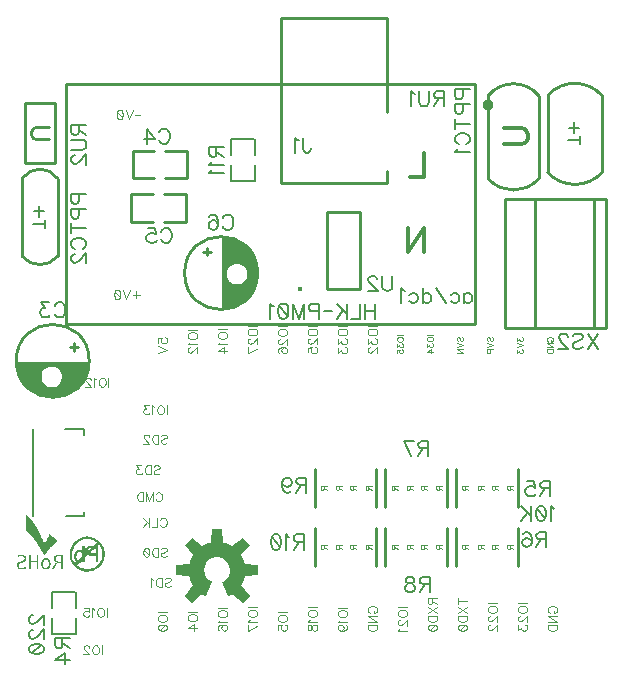
<source format=gbo>
G04 DipTrace 3.0.0.1*
G04 ESP32PWRREV1.GBO*
%MOMM*%
G04 #@! TF.FileFunction,Legend,Bot*
G04 #@! TF.Part,Single*
%ADD10C,0.25*%
%ADD18C,0.127*%
%ADD21O,0.95193X0.95301*%
%ADD36C,0.2*%
%ADD41O,0.39194X0.39124*%
%ADD98C,0.19608*%
%ADD99C,0.23529*%
%ADD100C,0.11765*%
%ADD101C,0.07843*%
%ADD102C,0.31373*%
%ADD103C,0.15686*%
%FSLAX35Y35*%
G04*
G71*
G90*
G75*
G01*
G04 BotSilk*
%LPD*%
X3886047Y4976100D2*
D10*
X421100D1*
Y2944100D1*
X3886047D1*
Y4976100D1*
D21*
X3993004Y4801450D3*
X0Y2635750D2*
D10*
G02X0Y2635750I308750J0D01*
G01*
X490480Y2722262D2*
Y2785741D1*
X522220Y2754001D2*
X458741D1*
G36*
X298994Y2626981D2*
Y2587029D1*
X328016Y2582027D1*
X359015Y2567022D1*
X379021Y2537012D1*
X384023Y2515029D1*
Y2486994D1*
X379021Y2466987D1*
X369018Y2446980D1*
X359015Y2436977D1*
X349011Y2426973D1*
X329004Y2416970D1*
X309985Y2414006D1*
X298994D1*
Y2327000D1*
X428977Y2347007D1*
X539016Y2436977D1*
X608978Y2537012D1*
Y2626981D1*
D1*
X298994D1*
G37*
G36*
X299981D2*
Y2587029D1*
X279975D1*
X260029Y2577026D1*
X240022Y2567022D1*
X230019Y2557019D1*
X220015Y2537012D1*
X217978Y2523983D1*
X215013Y2497986D1*
X220015Y2466987D1*
X240022Y2436977D1*
X269971Y2416970D1*
X291028Y2414994D1*
X300970D1*
X299981Y2327000D1*
X190005Y2347007D1*
X99973Y2416970D1*
X30011Y2496998D1*
X10003Y2587029D1*
X0Y2626981D1*
X149991D1*
D1*
X299981D1*
G37*
X1170008Y4184984D2*
D10*
X984980D1*
Y4415000D1*
X1170008D1*
X1445000Y4184984D2*
X1259972D1*
X1445000D2*
Y4415000D1*
X1259972D2*
X1445000D1*
X1249992Y4045016D2*
X1435020D1*
Y3815000D1*
X1249992D1*
X975000Y4045016D2*
X1160028D1*
X975000D2*
Y3815000D1*
X1160028D2*
X975000D1*
X1425500Y3378750D2*
G02X1425500Y3378750I308750J0D01*
G01*
X1647738Y3560480D2*
X1584259D1*
X1615999Y3592220D2*
Y3528741D1*
G36*
X1743019Y3368994D2*
X1782971D1*
X1787973Y3398016D1*
X1802978Y3429015D1*
X1832988Y3449021D1*
X1854971Y3454023D1*
X1883006D1*
X1903013Y3449021D1*
X1923020Y3439018D1*
X1933023Y3429015D1*
X1943027Y3419011D1*
X1953030Y3399004D1*
X1955994Y3379985D1*
Y3368994D1*
X2043000D1*
X2022993Y3498977D1*
X1933023Y3609016D1*
X1832988Y3678978D1*
X1743019D1*
D1*
Y3368994D1*
G37*
G36*
Y3369981D2*
X1782971D1*
Y3349975D1*
X1792974Y3330029D1*
X1802978Y3310022D1*
X1812981Y3300019D1*
X1832988Y3290015D1*
X1846017Y3287978D1*
X1872014Y3285013D1*
X1903013Y3290015D1*
X1933023Y3310022D1*
X1953030Y3339971D1*
X1955006Y3361028D1*
Y3370970D1*
X2043000Y3369981D1*
X2022993Y3260005D1*
X1953030Y3169973D1*
X1873002Y3100011D1*
X1782971Y3080003D1*
X1743019Y3070000D1*
Y3219991D1*
D1*
Y3369981D1*
G37*
X2240000Y4140001D2*
D10*
X3140030D1*
Y4740001D2*
Y5540000D1*
X2240000D1*
Y4140001D1*
X3140030D2*
Y4239924D1*
X4500000Y4234907D2*
Y4885114D1*
X4960000Y4234907D2*
Y4885114D1*
Y4229945D2*
G02X4500000Y4229945I-230000J214770D01*
G01*
X4503312Y4886739D2*
G02X4960000Y4880067I225357J-207810D01*
G01*
X50000Y3525006D2*
Y4175031D1*
X350000Y3525006D2*
Y4175031D1*
Y3519984D2*
G02X50000Y3519984I-150000J125759D01*
G01*
Y4179972D2*
G02X350000Y4179972I150000J-100562D01*
G01*
X305000Y545010D2*
D36*
Y675000D1*
X500000D1*
X505000D2*
Y545010D1*
X305000Y325000D2*
Y454990D1*
Y325000D2*
X505000D1*
Y454990D2*
Y325000D1*
X4245000Y1399980D2*
D10*
Y1720020D1*
X3725000Y1399980D2*
Y1720020D1*
X4245000Y899980D2*
Y1220020D1*
X3725000Y899980D2*
Y1220020D1*
X3645000Y1399980D2*
Y1720020D1*
X3125000Y1399980D2*
Y1720020D1*
X3645000Y899980D2*
Y1220020D1*
X3125000Y899980D2*
Y1220020D1*
X3045000Y1399980D2*
Y1720020D1*
X2525000Y1399980D2*
Y1720020D1*
X3045000Y899980D2*
Y1220020D1*
X2525000Y899980D2*
Y1220020D1*
X1820000Y4380010D2*
D36*
Y4510000D1*
X2015000D1*
X2020000D2*
Y4380010D1*
X1820000Y4160000D2*
Y4289990D1*
Y4160000D2*
X2020000D1*
Y4289990D2*
Y4160000D1*
X4424981Y4880171D2*
D10*
Y4179853D1*
X3995008Y4880171D2*
Y4179853D1*
X3996001Y4177872D2*
G03X4424981Y4179853I213629J187459D01*
G01*
X4423989Y4880171D2*
G03X3995008Y4880171I-214490J-175280D01*
G01*
X327000Y4311000D2*
X72990D1*
Y4819000D1*
X327000D1*
Y4311000D1*
D41*
X2403306Y3242644D3*
X2630001Y3240004D2*
D10*
Y3899972D1*
X2909999Y3240004D2*
Y3899972D1*
X2630001D2*
X2909999D1*
X2630001Y3240004D2*
X2909999D1*
G36*
X513514Y1120988D2*
Y1093006D1*
X507514Y1086986D1*
X505495Y1084006D1*
X501515Y1080013D1*
X499495Y1077003D1*
X497505Y1075007D1*
X495486Y1071997D1*
X494506Y1070000D1*
X490496Y1064010D1*
X489486Y1062014D1*
X487496Y1059004D1*
X486487Y1055994D1*
X484497Y1053998D1*
X460499D1*
X463499Y1059004D1*
X467508Y1068987D1*
X476507Y1084006D1*
X479507Y1087999D1*
X482507Y1093006D1*
X486487Y1096999D1*
X489486Y1100992D1*
X493496Y1104985D1*
X497505Y1107995D1*
X501515Y1111988D1*
X513514Y1120988D1*
G37*
G36*
X585506Y852013D2*
Y872992D1*
X593496D1*
X596495Y872009D1*
X606504D1*
X609504Y872992D1*
X617493D1*
X619513Y874006D1*
X622513D1*
X625512Y874989D1*
X627502D1*
Y854993D1*
X626492D1*
Y854010D1*
X622513D1*
X621503Y852997D1*
X617493D1*
X616513Y852013D1*
X608494D1*
X606504Y851000D1*
X589486D1*
X587496Y852013D1*
X585506D1*
G37*
G36*
X549510Y1032005D2*
Y1012009D1*
Y1012993D1*
X548500D1*
X547490Y1014006D1*
X546510D1*
Y1014989D1*
X544491D1*
Y1016003D1*
X543511D1*
X542501Y1016986D1*
X539501D1*
X538491Y1017999D1*
X534511D1*
X532492Y1016986D1*
X530502D1*
X529492Y1016003D1*
X528512D1*
X526492Y1014989D1*
X525512D1*
X519513Y1009000D1*
Y1032989D1*
X521503D1*
X523493Y1034002D1*
X525512D1*
X527502Y1034985D1*
X541491D1*
X543511Y1034002D1*
X544491D1*
X546510Y1032989D1*
X548500D1*
X549510Y1032005D1*
G37*
G36*
X626492Y1071013D2*
Y1050988D1*
X622513D1*
Y1050004D1*
X620493D1*
X619513Y1048991D1*
Y1070000D1*
X622513D1*
Y1071013D1*
X626492D1*
G37*
G36*
X648500Y985994D2*
Y1007003D1*
X664508D1*
Y985994D1*
X648500D1*
G37*
G36*
X605495Y1149000D2*
X615503Y1147987D1*
X624503Y1147003D1*
X634511Y1145007D1*
X643511Y1143010D1*
X652510Y1140000D1*
X670508Y1132014D1*
X678497Y1127008D1*
X687496Y1122001D1*
X694505Y1116011D1*
X702495Y1109008D1*
X709504Y1102005D1*
X716513Y1093989D1*
X728512Y1075990D1*
X733502Y1066007D1*
X740511Y1048991D1*
X745500Y1032005D1*
X748500Y1014989D1*
Y998003D1*
X747490Y982001D1*
X744490Y965015D1*
X739501Y949996D1*
X733502Y935006D1*
X725512Y919987D1*
X715503Y906994D1*
X704514Y895015D1*
X691506Y883989D1*
X677487Y874006D1*
X661509Y865989D1*
X645500Y860000D1*
X627502Y854993D1*
Y874989D1*
X642501Y879012D1*
X656489Y885002D1*
X668488Y892988D1*
X680487Y901988D1*
X691506Y912001D1*
X701515Y922997D1*
X709504Y935006D1*
X716513Y947999D1*
X721503Y962005D1*
X725512Y976994D1*
X727502Y991000D1*
X728512Y1007003D1*
X726492Y1021992D1*
X722513Y1037012D1*
X717493Y1052001D1*
X709504Y1066990D1*
X707514Y1071013D1*
X706504Y1071997D1*
X705494Y1073993D1*
X702495Y1077003D1*
Y1077987D1*
X701515D1*
Y1079000D1*
X700505D1*
X699495Y1080013D1*
X697505D1*
X696495Y1079000D1*
X695485D1*
Y1077987D1*
X694505D1*
Y1077003D1*
X693496D1*
X692486Y1075990D1*
Y1075007D1*
X691506D1*
Y1071997D1*
X692486D1*
X693496Y1071013D1*
Y1068987D1*
X694505Y1066990D1*
Y1037012D1*
X695485Y1028995D1*
Y928987D1*
X673508D1*
Y985994D1*
X664508D1*
Y1007003D1*
X673508D1*
Y1044015D1*
X672498Y1046011D1*
Y1050988D1*
X671488Y1052001D1*
X669498D1*
X668488Y1050988D1*
X666498Y1050004D1*
X663499Y1046995D1*
X660499Y1044998D1*
X656489Y1041005D1*
X652510Y1037995D1*
X647490Y1034002D1*
X635492Y1021992D1*
X632492Y1017999D1*
X628512Y1014989D1*
X626492Y1012009D1*
X624503Y1010013D1*
X623493Y1007986D1*
X624503Y1007003D1*
X648500D1*
Y985994D1*
X637511D1*
X634511Y987007D1*
X621503D1*
X619513Y987991D1*
X616513D1*
X615503Y989004D1*
X612504D1*
X604514Y992014D1*
X592486Y982001D1*
X580487Y971005D1*
Y949996D1*
X579507Y930000D1*
X562489D1*
X561509Y931013D1*
Y931996D1*
X560499D1*
Y933993D1*
X559489Y937986D1*
X554500Y933010D1*
X553490D1*
Y931996D1*
X552510D1*
X551500Y931013D1*
X550490D1*
X549510Y930000D1*
X547490D1*
Y928987D1*
X546510D1*
X545500Y928003D1*
X542501D1*
X541491Y926990D1*
X538491D1*
X537511Y926007D1*
X535492D1*
X534511Y924993D1*
X533502D1*
X531512Y922997D1*
X530502D1*
X528512Y922013D1*
X512504Y906011D1*
X518503Y901988D1*
X521503Y899008D1*
X527502Y895015D1*
X531512Y892005D1*
X534511Y890008D1*
X546510Y883989D1*
X550490Y883005D1*
X554500Y881009D1*
X558509Y879995D1*
X562489Y877999D1*
X578497Y874006D1*
X584497D1*
Y872992D1*
X585506D1*
Y852013D1*
X569498Y854010D1*
X554500Y858003D1*
X540511Y863993D1*
X526492Y870996D1*
X513514Y879995D1*
X501515Y890008D1*
X490496Y901004D1*
X480487Y913014D1*
X471488Y926990D1*
X464509Y940996D1*
X458509Y955002D1*
X454500Y971005D1*
X452510Y987007D1*
X451500Y1003010D1*
X452510Y1019012D1*
X455510Y1035998D1*
Y1037995D1*
X456490Y1039008D1*
Y1041005D1*
X457499Y1043001D1*
Y1044998D1*
X458509Y1046011D1*
Y1046995D1*
X459489Y1048008D1*
Y1050004D1*
X460499Y1050988D1*
Y1053998D1*
X484497D1*
X481497Y1046995D1*
X478497Y1039008D1*
X476507Y1032005D1*
X474488Y1023989D1*
X472498Y1016986D1*
X471488Y1009000D1*
Y992997D1*
X474488Y969008D1*
X483487Y944989D1*
X493496Y928987D1*
X494506Y928003D1*
Y926990D1*
X497505Y924010D1*
X498485D1*
Y924993D1*
X500505D1*
Y926007D1*
X508494Y933993D1*
X503505Y940013D1*
X499495Y944006D1*
X493496Y953989D1*
X491506Y960008D1*
X488506Y978008D1*
Y991000D1*
X489486Y996990D1*
X491506Y1003010D1*
X493496Y1007986D1*
X495486Y1014006D1*
X498485Y1017999D1*
X501515Y1023006D1*
X505495Y1025986D1*
X506504Y1026999D1*
Y1028012D1*
X507514D1*
X508494Y1028995D1*
X510514D1*
X512504Y1030992D1*
X514494D1*
X515503Y1032005D1*
X517493D1*
X518503Y1032989D1*
X519513D1*
Y1009000D1*
X517493Y1005990D1*
X515503Y1003993D1*
X513514Y1001013D1*
X512504Y996990D1*
X511494Y994010D1*
X510514Y989987D1*
X509504Y987007D1*
X508494Y983014D1*
Y978991D1*
X509504Y974998D1*
Y971988D1*
X511494Y964002D1*
X513514Y960992D1*
X515503Y956999D1*
X517493Y953989D1*
X521503Y949996D1*
X524503D1*
X525512Y951009D1*
X526492D1*
X529492Y953989D1*
X531512Y955002D1*
X552510Y976011D1*
X554500Y980004D1*
X558509Y985994D1*
X560499Y992014D1*
Y994994D1*
X559489Y996990D1*
Y1000000D1*
X558509Y1003010D1*
X554500Y1007003D1*
X552510Y1010013D1*
X549510Y1012009D1*
Y1032005D1*
X551500D1*
Y1030992D1*
X552510D1*
X553490Y1030009D1*
X558509Y1026999D1*
Y1048991D1*
X559489Y1071013D1*
X579507D1*
X581497Y1001013D1*
X585506Y1005990D1*
X587496Y1007986D1*
Y1009000D1*
X588506D1*
Y1012993D1*
X587496Y1014006D1*
Y1014989D1*
X585506Y1019996D1*
X584497Y1025002D1*
Y1039008D1*
X585506Y1043001D1*
X587496Y1046995D1*
X589486Y1050004D1*
X591506Y1053998D1*
X597505Y1059987D1*
X601515Y1062014D1*
X605495Y1064994D1*
X609504Y1066990D1*
X614494Y1068004D1*
X619513Y1070000D1*
Y1048991D1*
X618503D1*
X615503Y1046011D1*
X614494D1*
X612504Y1044015D1*
Y1043001D1*
X610514Y1041005D1*
Y1039008D1*
X609504Y1037995D1*
Y1037012D1*
X608494Y1035998D1*
Y1032989D1*
X607514Y1032005D1*
Y1028012D1*
X609504D1*
X621503Y1039992D1*
X623493Y1041005D1*
X625512Y1043001D1*
X626492Y1044998D1*
X627502Y1046011D1*
X629492Y1046995D1*
X630502Y1048008D1*
Y1048991D1*
X631512Y1050004D1*
Y1052001D1*
X626492D1*
Y1050988D1*
Y1071013D1*
X627502D1*
X628512Y1071997D1*
X656489D1*
X669498Y1084990D1*
X683487Y1098012D1*
X675497Y1104002D1*
X665489Y1111005D1*
X654500Y1116995D1*
X643511Y1122001D1*
X632492Y1125011D1*
X622513Y1127991D1*
X600505Y1129988D1*
X589486Y1129004D1*
X579507Y1127008D1*
X568488Y1125011D1*
X558509Y1120988D1*
X549510Y1116995D1*
X539501Y1111988D1*
X530502Y1107012D1*
X522513Y1100009D1*
X513514Y1093006D1*
Y1120988D1*
X519513Y1125011D1*
X529492Y1131001D1*
X535492Y1134011D1*
X540511Y1136007D1*
X546510Y1138004D1*
X552510Y1141014D1*
X557499Y1141997D1*
X563499Y1143994D1*
X569498Y1145007D1*
X575497Y1147003D1*
X581497D1*
X593496Y1149000D1*
X605495D1*
G37*
G36*
X243008Y997520D2*
X247002Y1002498D1*
X252992Y1012502D1*
X258982Y1020478D1*
X263014Y1026517D1*
X266010Y1029513D1*
X272000Y1038503D1*
X274995Y1040485D1*
X276992Y1043481D1*
X285018Y1051503D1*
X286016Y1053485D1*
X288013Y1054499D1*
X289011Y1056482D1*
X291008Y1058510D1*
X293005Y1059478D1*
X296998Y1063489D1*
X299994Y1065517D1*
X301990Y1067499D1*
X303987Y1070496D1*
X306982Y1072478D1*
X311014Y1076489D1*
X314010Y1078517D1*
X318003Y1082482D1*
X322995Y1086493D1*
X334016Y1097511D1*
X337011Y1099493D1*
X342003Y1104518D1*
X344000Y1105486D1*
X346995Y1108482D1*
X347994Y1110511D1*
X348992D1*
X349990Y1111479D1*
Y1112493D1*
X350989D1*
Y1113507D1*
X349990D1*
Y1114522D1*
X340006Y1124479D1*
X337011Y1126507D1*
X334016Y1129504D1*
X329984Y1132501D1*
X326989Y1135497D1*
X319002Y1141490D1*
X314010Y1145501D1*
X305984Y1151494D1*
X302989Y1154490D1*
X299994Y1156519D1*
X297997Y1158501D1*
X295002Y1160483D1*
X291008Y1162512D1*
X290010Y1163480D1*
X288013Y1164494D1*
X287014Y1165508D1*
X286016D1*
X285018Y1166522D1*
X282982D1*
X281984Y1167490D1*
X277990D1*
X273997Y1156519D1*
X270003Y1148497D1*
X266010Y1138494D1*
X264013Y1134483D1*
X262016Y1129504D1*
X259981Y1125493D1*
X257984Y1120514D1*
X255987Y1116504D1*
X253990Y1113507D1*
X251994Y1109497D1*
X249997Y1103504D1*
X248998Y1101521D1*
X247002Y1099493D1*
Y1098479D1*
X246003Y1097511D1*
Y1096496D1*
X245005D1*
Y1095482D1*
X244006D1*
X243008Y1094514D1*
X238016D1*
Y1095482D1*
X235981Y1097511D1*
X231987Y1105486D1*
X229990Y1108482D1*
X228992Y1111479D1*
X226995Y1115490D1*
X224998Y1118486D1*
X223002Y1122497D1*
X222003Y1126507D1*
X211981Y1146515D1*
X207987Y1156519D1*
X204992Y1161497D1*
X202995Y1166522D1*
X200000Y1172515D1*
X197005Y1177494D1*
X194010Y1183487D1*
X192013Y1188512D1*
X189018Y1193491D1*
X185984Y1199484D1*
X183987Y1204509D1*
X180992Y1208519D1*
X178995Y1213498D1*
X176000Y1217509D1*
X174003Y1222488D1*
X158989Y1247520D1*
X155994Y1251485D1*
X150003Y1261488D1*
X141018Y1273520D1*
X138982Y1277485D1*
X135987Y1280482D1*
X131994Y1286521D1*
X128998Y1289517D1*
X126003Y1293482D1*
X110989Y1308510D1*
X106995Y1311507D1*
X104000Y1315518D1*
X100006Y1318514D1*
X94016Y1324507D1*
X87987Y1328518D1*
X86989Y1329486D1*
X84992D1*
Y1328518D1*
X86989D1*
Y1327503D1*
X87987D1*
X88986Y1326489D1*
X89984D1*
X86989Y1329486D1*
X83994Y1330500D1*
X81997Y1329486D1*
X80998Y1327503D1*
X80000Y1324507D1*
Y1313489D1*
X80998Y1306482D1*
Y1297492D1*
X81997Y1289517D1*
X82995Y1279513D1*
Y1246506D1*
X80998Y1222488D1*
Y1219491D1*
X80000Y1215481D1*
Y1208519D1*
X80998Y1206491D1*
Y1203494D1*
X81997Y1201512D1*
X83994Y1199484D1*
Y1198516D1*
X85990Y1197502D1*
X87987Y1195519D1*
X89984Y1194505D1*
X94016Y1190494D1*
X99008Y1186484D1*
X106995Y1178508D1*
X110989Y1175512D1*
X118016Y1168505D1*
X121011Y1164494D1*
X125005Y1161497D1*
X128000Y1157487D1*
X130995Y1154490D1*
X136986Y1146515D1*
X141018Y1142504D1*
X144013Y1137479D1*
X148006Y1132501D1*
X153997Y1124479D1*
X159987Y1115490D1*
X172006Y1099493D1*
X176998Y1091518D1*
X181990Y1084510D1*
X186982Y1076489D1*
X197005Y1062521D1*
X200998Y1054499D1*
X208986Y1040485D1*
X213018Y1032510D1*
X217011Y1025502D1*
X224998Y1009506D1*
X225997Y1008491D1*
Y1006509D1*
X226995Y1005495D1*
X227994Y1003513D1*
X228992Y1002498D1*
Y1000516D1*
X230989Y998488D1*
Y997520D1*
X231987Y996506D1*
Y995491D1*
X232986Y994477D1*
Y993509D1*
X233984Y992495D1*
Y991481D1*
X234982D1*
Y990513D1*
X238016D1*
X242010Y994477D1*
Y995491D1*
X243008Y997520D1*
G37*
G36*
X364006Y993509D2*
X368998D1*
X392000Y994477D1*
Y871482D1*
X374989D1*
Y923483D1*
X355981D1*
X353984Y922515D1*
X351987D1*
X349990Y921501D1*
X348992D1*
X346995Y920487D1*
X340006Y913479D1*
Y912511D1*
X338010Y910483D1*
Y909515D1*
X337011Y907486D1*
X336013Y906518D1*
Y904490D1*
X335014Y903522D1*
X330982Y895500D1*
X329984Y894486D1*
X327987Y890522D1*
X319002Y871482D1*
X301990D1*
X311014Y887479D1*
X314010Y893518D1*
X318003Y903522D1*
X320000Y907486D1*
X325990Y916522D1*
X327987Y920487D1*
X329984Y921501D1*
X330982Y923483D1*
X333018Y925511D1*
X334016D1*
X336013Y926480D1*
X337011Y927494D1*
X341005Y929522D1*
X337011Y930490D1*
X335014Y931505D1*
X331981Y932519D1*
X327987Y934501D1*
X325990Y936483D1*
X323994Y937498D1*
X321997Y939480D1*
X320998Y941508D1*
X319002Y943490D1*
X318003Y946487D1*
Y948515D1*
X317005Y951512D1*
Y953494D1*
X316006Y956491D1*
Y962484D1*
X334016D1*
Y959487D1*
X333018Y958519D1*
Y954508D1*
X334016Y953494D1*
Y948515D1*
X335014Y947501D1*
Y946487D1*
X337011Y944505D1*
Y943490D1*
X338010Y942522D1*
X339008D1*
X340006Y941508D1*
Y940494D1*
X341005D1*
X342003Y939480D1*
X343002D1*
X344000Y938512D1*
X345997D1*
X346995Y937498D1*
X350989D1*
X351987Y936483D1*
X374989D1*
Y980509D1*
X364006D1*
Y993509D1*
G37*
G36*
D2*
Y980509D1*
X349990D1*
X348992Y979495D1*
X346995D1*
X345997Y978480D1*
X344000D1*
X342003Y976498D1*
X341005D1*
X337011Y972487D1*
Y971519D1*
X336013Y970505D1*
X335014D1*
Y966494D1*
X334016Y965480D1*
Y962484D1*
X316006D1*
Y964512D1*
X317005Y966494D1*
Y968523D1*
X318003Y970505D1*
Y972487D1*
X319002Y974516D1*
X320000Y975484D1*
X321997Y979495D1*
X322995Y980509D1*
X323994Y982491D1*
X325990Y983505D1*
X329984Y987516D1*
X331981Y988484D1*
X333018Y989498D1*
X335014D1*
X336013Y990513D1*
X337011D1*
X339008Y991481D1*
X342003D1*
X343002Y992495D1*
X349990D1*
X352986Y993509D1*
X364006D1*
G37*
G36*
X289011Y929522D2*
Y925511D1*
X290010Y924497D1*
Y910483D1*
X289011Y907486D1*
Y902508D1*
X288013Y899511D1*
Y897483D1*
X287014Y895500D1*
Y893518D1*
X285018Y889507D1*
X283981Y888493D1*
X281984Y884482D1*
X280986Y883514D1*
X279987Y881486D1*
X274995Y876507D1*
X273997D1*
Y875493D1*
X272998D1*
X272000Y874479D1*
X271002D1*
X270003Y873511D1*
X269005D1*
Y872497D1*
X268006D1*
X267008Y871482D1*
X264013D1*
X263014Y870514D1*
X259981D1*
X257984Y869500D1*
X245005D1*
X243008Y870514D1*
X240013D1*
X238016Y871482D1*
X234982D1*
X231987Y873511D1*
X227994Y875493D1*
X225997Y877521D1*
X224000Y878490D1*
X222003Y880518D1*
X221005Y882500D1*
X219008Y884482D1*
X218010Y887479D1*
X217011Y889507D1*
X211981Y904490D1*
Y913479D1*
X210982Y915508D1*
Y918504D1*
X211981Y920487D1*
Y928508D1*
X213018Y931505D1*
Y933487D1*
X214016Y935515D1*
Y938512D1*
X216013Y942522D1*
Y944505D1*
X217011Y946487D1*
X219008Y948515D1*
Y949483D1*
X221005Y951512D1*
Y952480D1*
X225997Y957505D1*
X226995D1*
X228992Y959487D1*
X229990D1*
Y960501D1*
X230989Y961516D1*
X232986D1*
X233984Y962484D1*
X235981D1*
X237018Y963498D1*
X240013D1*
X241011Y964512D1*
X247002D1*
Y952480D1*
X245005D1*
X244006Y951512D1*
X242010D1*
X241011Y950498D1*
X239014Y949483D1*
X238016D1*
X234982Y946487D1*
X233984Y944505D1*
X232986Y943490D1*
X231987Y941508D1*
X230989Y940494D1*
X228992Y936483D1*
Y934501D1*
X227994Y933487D1*
Y929522D1*
X226995Y927494D1*
Y909515D1*
X227994Y906518D1*
Y902508D1*
X228992Y900479D1*
Y898497D1*
X229990Y897483D1*
Y895500D1*
X230989Y894486D1*
Y893518D1*
X231987Y892504D1*
Y891490D1*
X233984Y889507D1*
Y888493D1*
X235981Y886511D1*
X237018D1*
X238016Y885497D1*
Y884482D1*
X239014D1*
X240013Y883514D1*
X242010D1*
X243008Y882500D1*
X246003D1*
X247002Y881486D1*
X255987D1*
X256986Y882500D1*
X257984D1*
X258982Y883514D1*
X259981D1*
X262016Y884482D1*
X263014D1*
Y885497D1*
X264013Y886511D1*
X265011D1*
X268006Y889507D1*
Y890522D1*
X270003Y892504D1*
Y893518D1*
X271002Y894486D1*
X272000Y896515D1*
Y898497D1*
X272998Y900479D1*
Y902508D1*
X273997Y904490D1*
Y927494D1*
X272998Y929522D1*
X289011D1*
G37*
G36*
D2*
X272998D1*
Y934501D1*
X272000Y935515D1*
Y937498D1*
X271002Y938512D1*
Y940494D1*
X270003Y941508D1*
Y942522D1*
X269005Y943490D1*
X268006Y945519D1*
X264013Y949483D1*
X263014D1*
X261018Y951512D1*
X257984D1*
X256986Y952480D1*
X247002D1*
Y964512D1*
X257984D1*
X259981Y963498D1*
X264013D1*
X265011Y962484D1*
X267008D1*
X269005Y961516D1*
X270003Y960501D1*
X272000Y959487D1*
X272998D1*
X276992Y955523D1*
X278989Y954508D1*
X279987Y952480D1*
X280986Y951512D1*
X281984Y949483D1*
X282982Y948515D1*
X286016Y942522D1*
Y940494D1*
X288013Y936483D1*
Y934501D1*
X289011Y931505D1*
Y929522D1*
G37*
G36*
X187981Y871482D2*
Y993509D1*
X172006D1*
Y943490D1*
X125005D1*
Y993509D1*
X108992D1*
Y871482D1*
X125005D1*
Y930490D1*
X172006D1*
Y871482D1*
X187981D1*
G37*
G36*
X59994Y870514D2*
X65984D1*
Y871482D1*
X70016D1*
X71014Y872497D1*
X73011D1*
X74010Y873511D1*
X77005D1*
Y874479D1*
X83994Y876507D1*
Y893518D1*
X75008Y888493D1*
X71014Y886511D1*
X55002Y882500D1*
X51008D1*
X48013Y881486D1*
X43981Y882500D1*
X40986D1*
X32000Y885497D1*
X24013Y893518D1*
Y895500D1*
X23014Y896515D1*
Y899511D1*
X22016Y901493D1*
Y907486D1*
X23014Y909515D1*
Y910483D1*
X24013Y912511D1*
Y913479D1*
X26010Y915508D1*
Y917490D1*
X27008D1*
X29005Y919518D1*
X30003D1*
X32000Y921501D1*
X32998D1*
X33997Y922515D1*
X34995D1*
X36992Y923483D1*
X37990D1*
X41984Y925511D1*
X43981D1*
X47014Y926480D1*
X49011D1*
X52006Y927494D1*
X54003Y928508D1*
X56000D1*
X57997Y929522D1*
X60992Y930490D1*
X62989D1*
X63987Y931505D1*
X65984Y932519D1*
X67981D1*
X69018Y933487D1*
X71014Y934501D1*
X72013Y935515D1*
X73011D1*
X74010Y936483D1*
X76006Y937498D1*
Y938512D1*
X79002Y940494D1*
X80998Y942522D1*
X84992Y954508D1*
Y957505D1*
X85990Y961516D1*
X84992Y964512D1*
Y967509D1*
X83994Y970505D1*
X82995Y974516D1*
X80998Y977512D1*
X80000Y979495D1*
X78003Y982491D1*
X74010Y986502D1*
X72013Y987516D1*
X69018Y990513D1*
X66982Y991481D1*
X65984D1*
X61990Y993509D1*
X60992D1*
X58995Y994477D1*
X56998D1*
X55002Y995491D1*
X34995D1*
X33997Y994477D1*
X29005D1*
X27008Y993509D1*
X26010D1*
X24013Y992495D1*
X22016D1*
X21018Y991481D1*
X18982D1*
X13990Y989498D1*
Y974516D1*
X15987D1*
Y975484D1*
X17984D1*
Y976498D1*
X19981D1*
X21018Y977512D1*
X25011Y979495D1*
X36992Y982491D1*
X39987D1*
X43981Y983505D1*
X48013Y982491D1*
X51008D1*
X55002Y981523D1*
X57997Y980509D1*
X59994Y979495D1*
X62989Y977512D1*
X64986Y976498D1*
X66982Y973502D1*
X67981Y971519D1*
X69018Y968523D1*
Y967509D1*
X70016Y966494D1*
Y957505D1*
X69018Y956491D1*
Y954508D1*
X67981Y953494D1*
Y952480D1*
X63987Y948515D1*
X61990Y947501D1*
X60992D1*
X59994Y946487D1*
X57997Y945519D1*
X56998D1*
X53005Y943490D1*
X51008D1*
X49011Y942522D1*
X47014D1*
X45018Y941508D1*
X36992Y939480D1*
X28006Y936483D1*
X24013Y934501D1*
X21018Y933487D1*
X17984Y930490D1*
X15987Y929522D1*
X14989Y927494D1*
X12992Y926480D1*
X9997Y920487D1*
X8998Y919518D1*
Y917490D1*
X8000Y916522D1*
Y892504D1*
X8998Y891490D1*
Y890522D1*
X9997Y889507D1*
Y888493D1*
X10995Y886511D1*
X11994Y885497D1*
X12992Y883514D1*
X17984Y878490D1*
X19981Y877521D1*
X21018Y875493D1*
X23014Y874479D1*
X25011D1*
X26010Y873511D1*
X30003Y871482D1*
X32000D1*
X33997Y870514D1*
X38989D1*
X40986Y869500D1*
X57997D1*
X59994Y870514D1*
G37*
G36*
X1700000Y864229D2*
X1605440Y642934D1*
X1603009Y643994D1*
X1600577Y645053D1*
X1598145Y646175D1*
X1595783Y647296D1*
X1593351Y648481D1*
X1590989Y649665D1*
X1588627Y650911D1*
X1586265Y652157D1*
X1583972Y653404D1*
X1581609Y654712D1*
X1579317Y656021D1*
X1577024Y657392D1*
X1574731Y658763D1*
X1572508Y660134D1*
D1*
X1484549Y588405D1*
X1424172Y648730D1*
X1495943Y736724D1*
X1493164Y741211D1*
X1490524Y745823D1*
X1487953Y750497D1*
X1485452Y755233D1*
X1483159Y759969D1*
X1480866Y764830D1*
X1478713Y769691D1*
X1476698Y774614D1*
X1474752Y779537D1*
X1472946Y784523D1*
X1471278Y789571D1*
X1469680Y794681D1*
X1468152Y799791D1*
X1466832Y804901D1*
X1465512Y810074D1*
D1*
X1352610Y821540D1*
Y906855D1*
X1465512Y918322D1*
X1466832Y923494D1*
X1468152Y928667D1*
X1469680Y933777D1*
X1471278Y938825D1*
X1472946Y943873D1*
X1474752Y948858D1*
X1476698Y953844D1*
X1478713Y958704D1*
X1480866Y963628D1*
X1483159Y968426D1*
X1485452Y973163D1*
X1487953Y977899D1*
X1490524Y982573D1*
X1493164Y987184D1*
X1495943Y991734D1*
D1*
X1424172Y1079666D1*
X1484549Y1139990D1*
X1572508Y1068261D1*
X1577024Y1071066D1*
X1581609Y1073683D1*
X1586265Y1076238D1*
X1590989Y1078731D1*
X1595783Y1081099D1*
X1600577Y1083342D1*
X1605440Y1085461D1*
X1610373Y1087518D1*
X1615376Y1089450D1*
X1620378Y1091257D1*
X1625381Y1092940D1*
X1630453Y1094560D1*
X1635594Y1096056D1*
X1640735Y1097427D1*
X1645877Y1098673D1*
D1*
X1657341Y1211595D1*
X1742659D1*
X1754123Y1098673D1*
X1759265Y1097427D1*
X1764406Y1096056D1*
X1769547Y1094560D1*
X1774619Y1092940D1*
X1779622Y1091257D1*
X1784624Y1089450D1*
X1789627Y1087518D1*
X1794560Y1085461D1*
X1799423Y1083342D1*
X1804217Y1081099D1*
X1809011Y1078731D1*
X1813735Y1076238D1*
X1818391Y1073683D1*
X1822976Y1071066D1*
X1827492Y1068261D1*
D1*
X1915451Y1139990D1*
X1975828Y1079666D1*
X1904057Y991734D1*
X1906836Y987184D1*
X1909476Y982573D1*
X1912047Y977899D1*
X1914548Y973163D1*
X1916841Y968426D1*
X1919134Y963628D1*
X1921287Y958704D1*
X1923302Y953844D1*
X1925248Y948858D1*
X1927054Y943873D1*
X1928722Y938825D1*
X1930320Y933777D1*
X1931848Y928667D1*
X1933168Y923494D1*
X1934488Y918322D1*
D1*
X2047390Y906855D1*
Y821540D1*
X1934488Y810074D1*
X1933168Y804901D1*
X1931848Y799791D1*
X1930320Y794681D1*
X1928722Y789571D1*
X1927054Y784523D1*
X1925248Y779537D1*
X1923302Y774614D1*
X1921287Y769691D1*
X1919134Y764830D1*
X1916841Y759969D1*
X1914548Y755233D1*
X1912047Y750497D1*
X1909476Y745823D1*
X1906836Y741211D1*
X1904057Y736724D1*
D1*
X1975828Y648730D1*
X1915451Y588405D1*
X1827492Y660134D1*
X1825269Y658763D1*
X1822976Y657392D1*
X1820683Y656021D1*
X1818391Y654712D1*
X1816028Y653404D1*
X1813735Y652157D1*
X1811373Y650911D1*
X1809011Y649665D1*
X1806649Y648481D1*
X1804217Y647296D1*
X1801855Y646175D1*
X1799423Y645053D1*
X1796991Y643994D1*
X1794560Y642934D1*
X1792058Y641875D1*
D1*
X1741826Y763147D1*
X1749677Y766762D1*
X1757180Y770937D1*
X1764267Y775736D1*
X1771007Y781033D1*
X1777329Y786891D1*
X1783165Y793185D1*
X1788515Y799916D1*
X1793239Y807082D1*
X1797478Y814561D1*
X1801021Y822351D1*
X1804009Y830390D1*
X1806371Y838678D1*
X1808038Y847091D1*
X1809011Y855629D1*
X1809358Y864229D1*
D1*
X1804842Y895264D1*
X1791711Y923744D1*
X1771007Y947362D1*
X1744466Y964126D1*
X1714312Y972664D1*
X1682908Y972228D1*
X1652894Y962942D1*
X1626840Y945493D1*
X1606761Y921375D1*
X1594324Y892522D1*
X1590642Y861362D1*
X1595991Y830390D1*
X1609887Y802284D1*
X1631147Y779226D1*
X1658174Y763147D1*
D1*
X1607942Y641875D1*
X1700000Y864229D1*
G37*
X4990000Y4010000D2*
D10*
Y2910000D1*
X4140000Y4010000D2*
Y2910000D1*
X4990000Y4010000D2*
X4140000D1*
X4990000Y2910000D2*
X4140000D1*
X4389985Y4010000D2*
Y2910000D1*
X4890040Y4010000D2*
Y2910000D1*
X137587Y1321700D2*
D18*
Y2058333D1*
X574970Y1359987D2*
Y1319997D1*
X419993D1*
X574970Y2010027D2*
Y2060037D1*
X409973D1*
X3789657Y3209550D2*
D98*
Y3124477D1*
Y3191300D2*
X3801731Y3203514D1*
X3813944Y3209550D1*
X3832054D1*
X3844267Y3203514D1*
X3856340Y3191300D1*
X3862517Y3173050D1*
Y3160977D1*
X3856340Y3142727D1*
X3844267Y3130654D1*
X3832054Y3124477D1*
X3813944D1*
X3801731Y3130654D1*
X3789657Y3142727D1*
X3677442Y3191300D2*
X3689655Y3203514D1*
X3701869Y3209550D1*
X3719978D1*
X3732192Y3203514D1*
X3744265Y3191300D1*
X3750442Y3173050D1*
Y3160977D1*
X3744265Y3142727D1*
X3732192Y3130654D1*
X3719978Y3124477D1*
X3701869D1*
X3689655Y3130654D1*
X3677442Y3142727D1*
X3638226Y3124477D2*
X3553153Y3251946D1*
X3441078Y3252087D2*
Y3124477D1*
Y3191300D2*
X3453151Y3203514D1*
X3465364Y3209550D1*
X3483614D1*
X3495687Y3203514D1*
X3507901Y3191300D1*
X3513937Y3173050D1*
Y3160977D1*
X3507901Y3142727D1*
X3495687Y3130654D1*
X3483614Y3124477D1*
X3465364D1*
X3453151Y3130654D1*
X3441078Y3142727D1*
X3328862Y3191300D2*
X3341076Y3203514D1*
X3353289Y3209550D1*
X3371399D1*
X3383612Y3203514D1*
X3395685Y3191300D1*
X3401862Y3173050D1*
Y3160977D1*
X3395685Y3142727D1*
X3383612Y3130654D1*
X3371399Y3124477D1*
X3353289D1*
X3341076Y3130654D1*
X3328862Y3142727D1*
X3289646Y3227660D2*
X3277433Y3233837D1*
X3259183Y3251946D1*
Y3124477D1*
X3033582Y3121025D2*
Y2993415D1*
X2948509Y3121025D2*
Y2993415D1*
X3033582Y3060238D2*
X2948509D1*
X2909293Y3121025D2*
Y2993415D1*
X2836433D1*
X2797218Y3121025D2*
Y2993415D1*
X2712145Y3121025D2*
X2797218Y3035952D1*
X2766895Y3066415D2*
X2712145Y2993415D1*
X2672929Y3057150D2*
X2602737D1*
X2563521Y3054202D2*
X2508771D1*
X2490661Y3060238D1*
X2484484Y3066415D1*
X2478448Y3078488D1*
Y3096738D1*
X2484484Y3108811D1*
X2490661Y3114988D1*
X2508771Y3121025D1*
X2563521D1*
Y2993415D1*
X2342086D2*
Y3121025D1*
X2390659Y2993415D1*
X2439232Y3121025D1*
Y2993415D1*
X2266370Y3120885D2*
X2284620Y3114848D1*
X2296834Y3096598D1*
X2302870Y3066275D1*
Y3048025D1*
X2296834Y3017702D1*
X2284620Y2999452D1*
X2266370Y2993415D1*
X2254297D1*
X2236047Y2999452D1*
X2223974Y3017702D1*
X2217797Y3048025D1*
Y3066275D1*
X2223974Y3096598D1*
X2236047Y3114848D1*
X2254297Y3120885D1*
X2266370D1*
X2223974Y3096598D2*
X2296834Y3017702D1*
X2178582Y3096598D2*
X2166368Y3102775D1*
X2148118Y3120885D1*
Y2993415D1*
X325340Y3100164D2*
X331376Y3112237D1*
X343590Y3124450D1*
X355663Y3130487D1*
X379949D1*
X392163Y3124450D1*
X404236Y3112237D1*
X410413Y3100164D1*
X416449Y3081914D1*
Y3051450D1*
X410413Y3033340D1*
X404236Y3021127D1*
X392163Y3009054D1*
X379949Y3002877D1*
X355663D1*
X343590Y3009054D1*
X331376Y3021127D1*
X325340Y3033340D1*
X273910Y3130346D2*
X207228D1*
X243587Y3081773D1*
X225337D1*
X213264Y3075737D1*
X207228Y3069700D1*
X201051Y3051450D1*
Y3039377D1*
X207228Y3021127D1*
X219301Y3008914D1*
X237551Y3002877D1*
X255801D1*
X273910Y3008914D1*
X279947Y3015090D1*
X286124Y3027164D1*
X1209608Y4570664D2*
X1215644Y4582737D1*
X1227858Y4594950D1*
X1239931Y4600987D1*
X1264217D1*
X1276431Y4594950D1*
X1288504Y4582737D1*
X1294681Y4570664D1*
X1300717Y4552414D1*
Y4521950D1*
X1294681Y4503840D1*
X1288504Y4491627D1*
X1276431Y4479554D1*
X1264217Y4473377D1*
X1239931D1*
X1227858Y4479554D1*
X1215644Y4491627D1*
X1209608Y4503840D1*
X1109606Y4473377D2*
Y4600846D1*
X1170392Y4515914D1*
X1079283D1*
X1226590Y3730664D2*
X1232626Y3742737D1*
X1244840Y3754950D1*
X1256913Y3760987D1*
X1281199D1*
X1293413Y3754950D1*
X1305486Y3742737D1*
X1311663Y3730664D1*
X1317699Y3712414D1*
Y3681950D1*
X1311663Y3663840D1*
X1305486Y3651627D1*
X1293413Y3639554D1*
X1281199Y3633377D1*
X1256913D1*
X1244840Y3639554D1*
X1232626Y3651627D1*
X1226590Y3663840D1*
X1114514Y3760846D2*
X1175160D1*
X1181197Y3706237D1*
X1175160Y3712273D1*
X1156910Y3718450D1*
X1138801D1*
X1120551Y3712273D1*
X1108337Y3700200D1*
X1102301Y3681950D1*
Y3669877D1*
X1108337Y3651627D1*
X1120551Y3639414D1*
X1138801Y3633377D1*
X1156910D1*
X1175160Y3639414D1*
X1181197Y3645590D1*
X1187374Y3657664D1*
X1747751Y3843164D2*
X1753788Y3855237D1*
X1766001Y3867450D1*
X1778074Y3873487D1*
X1802361D1*
X1814574Y3867450D1*
X1826647Y3855237D1*
X1832824Y3843164D1*
X1838861Y3824914D1*
Y3794450D1*
X1832824Y3776340D1*
X1826647Y3764127D1*
X1814574Y3752054D1*
X1802361Y3745877D1*
X1778074D1*
X1766001Y3752054D1*
X1753788Y3764127D1*
X1747751Y3776340D1*
X1635676Y3855237D2*
X1641712Y3867310D1*
X1659962Y3873346D1*
X1672035D1*
X1690285Y3867310D1*
X1702499Y3849060D1*
X1708535Y3818737D1*
Y3788414D1*
X1702499Y3764127D1*
X1690285Y3751914D1*
X1672035Y3745877D1*
X1665999D1*
X1647889Y3751914D1*
X1635676Y3764127D1*
X1629639Y3782377D1*
Y3788414D1*
X1635676Y3806664D1*
X1647889Y3818737D1*
X1665999Y3824773D1*
X1672035D1*
X1690285Y3818737D1*
X1702499Y3806664D1*
X1708535Y3788414D1*
X2430696Y4525987D2*
Y4428840D1*
X2436733Y4410590D1*
X2442910Y4404554D1*
X2454983Y4398377D1*
X2467196D1*
X2479269Y4404554D1*
X2485306Y4410590D1*
X2491483Y4428840D1*
Y4440914D1*
X2391481Y4501560D2*
X2379267Y4507737D1*
X2361017Y4525846D1*
Y4398377D1*
X3780837Y4934581D2*
Y4879831D1*
X3774800Y4861721D1*
X3768623Y4855544D1*
X3756550Y4849508D1*
X3738300D1*
X3726227Y4855544D1*
X3720050Y4861721D1*
X3714013Y4879831D1*
Y4934581D1*
X3841623D1*
X3780837Y4810292D2*
Y4755542D1*
X3774800Y4737433D1*
X3768623Y4731256D1*
X3756550Y4725219D1*
X3738300D1*
X3726227Y4731256D1*
X3720050Y4737433D1*
X3714014Y4755542D1*
Y4810292D1*
X3841623D1*
X3714014Y4643467D2*
X3841623D1*
X3714014Y4686003D2*
Y4600930D1*
X3744337Y4470605D2*
X3732264Y4476642D1*
X3720050Y4488855D1*
X3714014Y4500928D1*
Y4525215D1*
X3720050Y4537428D1*
X3732264Y4549501D1*
X3744337Y4555678D1*
X3762587Y4561715D1*
X3793050D1*
X3811160Y4555678D1*
X3823373Y4549501D1*
X3835446Y4537428D1*
X3841623Y4525215D1*
Y4500928D1*
X3835446Y4488855D1*
X3823373Y4476642D1*
X3811160Y4470605D1*
X3738440Y4431390D2*
X3732263Y4419176D1*
X3714154Y4400926D1*
X3841623D1*
X530837Y4049132D2*
Y3994382D1*
X524800Y3976273D1*
X518623Y3970096D1*
X506550Y3964059D1*
X488300D1*
X476227Y3970096D1*
X470050Y3976273D1*
X464013Y3994382D1*
Y4049132D1*
X591623D1*
X530837Y3924844D2*
Y3870094D1*
X524800Y3851984D1*
X518623Y3845807D1*
X506550Y3839771D1*
X488300D1*
X476227Y3845807D1*
X470050Y3851984D1*
X464014Y3870094D1*
X464013Y3924844D1*
X591623D1*
X464014Y3758018D2*
X591623D1*
X464014Y3800555D2*
Y3715482D1*
X494337Y3585157D2*
X482264Y3591193D1*
X470050Y3603407D1*
X464014Y3615480D1*
Y3639766D1*
X470050Y3651980D1*
X482264Y3664053D1*
X494337Y3670230D1*
X512587Y3676266D1*
X543050D1*
X561160Y3670230D1*
X573373Y3664053D1*
X585446Y3651980D1*
X591623Y3639766D1*
Y3615480D1*
X585446Y3603406D1*
X573373Y3591193D1*
X561160Y3585157D1*
X494477Y3539764D2*
X488440D1*
X476227Y3533728D1*
X470190Y3527691D1*
X464154Y3515478D1*
Y3491191D1*
X470190Y3479118D1*
X476227Y3473081D1*
X488440Y3466905D1*
X500513D1*
X512727Y3473081D1*
X530837Y3485155D1*
X591623Y3545941D1*
Y3460868D1*
X389800Y287699D2*
Y233090D1*
X383623Y214840D1*
X377587Y208663D1*
X365514Y202626D1*
X353300D1*
X341227Y208663D1*
X335050Y214840D1*
X329014Y233090D1*
Y287699D1*
X456623D1*
X389800Y245163D2*
X456623Y202626D1*
Y102624D2*
X329154D1*
X414087Y163411D1*
X414086Y72301D1*
X138539Y480648D2*
X132502D1*
X120289Y474612D1*
X114252Y468575D1*
X108216Y456362D1*
Y432075D1*
X114252Y420002D1*
X120289Y413966D1*
X132502Y407789D1*
X144575D1*
X156789Y413966D1*
X174898Y426039D1*
X235685Y486825D1*
Y401752D1*
X138539Y356360D2*
X132502D1*
X120289Y350323D1*
X114252Y344287D1*
X108216Y332073D1*
Y307787D1*
X114252Y295714D1*
X120289Y289677D1*
X132502Y283500D1*
X144575D1*
X156789Y289677D1*
X174898Y301750D1*
X235685Y362537D1*
Y277464D1*
X108216Y201748D2*
X114252Y219998D1*
X132502Y232211D1*
X162825Y238248D1*
X181075D1*
X211398Y232211D1*
X229648Y219998D1*
X235685Y201748D1*
Y189675D1*
X229648Y171425D1*
X211398Y159352D1*
X181075Y153175D1*
X162825D1*
X132502Y159352D1*
X114252Y171425D1*
X108216Y189675D1*
Y201748D1*
X132502Y159352D2*
X211398Y232211D1*
X4519681Y1555200D2*
X4465071D1*
X4446821Y1561377D1*
X4440644Y1567414D1*
X4434608Y1579487D1*
Y1591700D1*
X4440644Y1603773D1*
X4446821Y1609950D1*
X4465071Y1615987D1*
X4519681D1*
Y1488377D1*
X4477144Y1555200D2*
X4434608Y1488377D1*
X4322533Y1615846D2*
X4383179D1*
X4389215Y1561237D1*
X4383179Y1567273D1*
X4364929Y1573450D1*
X4346819D1*
X4328569Y1567273D1*
X4316356Y1555200D1*
X4310319Y1536950D1*
Y1524877D1*
X4316356Y1506627D1*
X4328569Y1494414D1*
X4346819Y1488377D1*
X4364929D1*
X4383179Y1494414D1*
X4389215Y1500590D1*
X4395392Y1512664D1*
X4554520Y1382498D2*
X4542307Y1388675D1*
X4524057Y1406785D1*
Y1279315D1*
X4448341Y1406785D2*
X4466591Y1400748D1*
X4478805Y1382498D1*
X4484841Y1352175D1*
Y1333925D1*
X4478805Y1303602D1*
X4466591Y1285352D1*
X4448341Y1279315D1*
X4436268D1*
X4418018Y1285352D1*
X4405945Y1303602D1*
X4399768Y1333925D1*
Y1352175D1*
X4405945Y1382498D1*
X4418018Y1400748D1*
X4436268Y1406785D1*
X4448341D1*
X4405945Y1382498D2*
X4478805Y1303602D1*
X4360553Y1406925D2*
Y1279315D1*
X4275480Y1406925D2*
X4360553Y1321852D1*
X4330230Y1352315D2*
X4275480Y1279315D1*
X4486592Y1125200D2*
X4431983D1*
X4413733Y1131377D1*
X4407556Y1137414D1*
X4401519Y1149487D1*
Y1161700D1*
X4407556Y1173773D1*
X4413733Y1179950D1*
X4431983Y1185987D1*
X4486592D1*
Y1058377D1*
X4444056Y1125200D2*
X4401519Y1058377D1*
X4289444Y1167737D2*
X4295481Y1179810D1*
X4313731Y1185846D1*
X4325804D1*
X4344054Y1179810D1*
X4356267Y1161560D1*
X4362304Y1131237D1*
Y1100914D1*
X4356267Y1076627D1*
X4344054Y1064414D1*
X4325804Y1058377D1*
X4319767D1*
X4301658Y1064414D1*
X4289444Y1076627D1*
X4283408Y1094877D1*
Y1100914D1*
X4289444Y1119164D1*
X4301658Y1131237D1*
X4319767Y1137273D1*
X4325804D1*
X4344054Y1131237D1*
X4356267Y1119164D1*
X4362304Y1100914D1*
X3489681Y1895200D2*
X3435071D1*
X3416821Y1901377D1*
X3410644Y1907414D1*
X3404608Y1919487D1*
Y1931700D1*
X3410644Y1943773D1*
X3416821Y1949950D1*
X3435071Y1955987D1*
X3489681D1*
Y1828377D1*
X3447144Y1895200D2*
X3404608Y1828377D1*
X3341106D2*
X3280319Y1955846D1*
X3365392D1*
X3499611Y745200D2*
X3445001D1*
X3426751Y751377D1*
X3420574Y757414D1*
X3414538Y769487D1*
Y781700D1*
X3420574Y793773D1*
X3426751Y799950D1*
X3445001Y805987D1*
X3499611D1*
Y678377D1*
X3457074Y745200D2*
X3414538Y678377D1*
X3344999Y805846D2*
X3363109Y799810D1*
X3369285Y787737D1*
Y775523D1*
X3363109Y763450D1*
X3351035Y757273D1*
X3326749Y751237D1*
X3308499Y745200D1*
X3296426Y732987D1*
X3290389Y720914D1*
Y702664D1*
X3296426Y690590D1*
X3302462Y684414D1*
X3320712Y678377D1*
X3344999D1*
X3363109Y684414D1*
X3369285Y690590D1*
X3375322Y702664D1*
Y720914D1*
X3369285Y732987D1*
X3357072Y745200D1*
X3338962Y751237D1*
X3314676Y757273D1*
X3302462Y763450D1*
X3296426Y775523D1*
Y787737D1*
X3302462Y799810D1*
X3320712Y805846D1*
X3344999D1*
X2456663Y1585200D2*
X2402053D1*
X2383803Y1591377D1*
X2377626Y1597414D1*
X2371590Y1609487D1*
Y1621700D1*
X2377626Y1633773D1*
X2383803Y1639950D1*
X2402053Y1645987D1*
X2456663D1*
Y1518377D1*
X2414126Y1585200D2*
X2371590Y1518377D1*
X2253337Y1603450D2*
X2259514Y1585200D1*
X2271587Y1572987D1*
X2289837Y1566950D1*
X2295874D1*
X2314124Y1572987D1*
X2326197Y1585200D1*
X2332374Y1603450D1*
Y1609487D1*
X2326197Y1627737D1*
X2314124Y1639810D1*
X2295874Y1645846D1*
X2289837D1*
X2271587Y1639810D1*
X2259514Y1627737D1*
X2253337Y1603450D1*
Y1572987D1*
X2259514Y1542664D1*
X2271587Y1524414D1*
X2289837Y1518377D1*
X2301910D1*
X2320160Y1524414D1*
X2326197Y1536627D1*
X2434520Y1105200D2*
X2379911D1*
X2361661Y1111377D1*
X2355484Y1117414D1*
X2349447Y1129487D1*
Y1141700D1*
X2355484Y1153773D1*
X2361661Y1159950D1*
X2379911Y1165987D1*
X2434520D1*
Y1038377D1*
X2391984Y1105200D2*
X2349447Y1038377D1*
X2310232Y1141560D2*
X2298018Y1147737D1*
X2279768Y1165846D1*
Y1038377D1*
X2204053Y1165846D2*
X2222303Y1159810D1*
X2234516Y1141560D1*
X2240553Y1111237D1*
Y1092987D1*
X2234516Y1062664D1*
X2222303Y1044414D1*
X2204053Y1038377D1*
X2191980D1*
X2173730Y1044414D1*
X2161656Y1062664D1*
X2155480Y1092987D1*
Y1111237D1*
X2161656Y1141560D1*
X2173730Y1159810D1*
X2191980Y1165846D1*
X2204053D1*
X2161656Y1141560D2*
X2234516Y1062664D1*
X1694800Y4447216D2*
Y4392606D1*
X1688623Y4374356D1*
X1682587Y4368179D1*
X1670514Y4362143D1*
X1658300D1*
X1646227Y4368179D1*
X1640050Y4374356D1*
X1634014Y4392606D1*
Y4447216D1*
X1761623D1*
X1694800Y4404679D2*
X1761623Y4362143D1*
X1658440Y4322927D2*
X1652264Y4310714D1*
X1634154Y4292464D1*
X1761623D1*
X1658440Y4253248D2*
X1652263Y4241035D1*
X1634154Y4222785D1*
X1761623D1*
X3620270Y4857091D2*
X3565661D1*
X3547411Y4863268D1*
X3541234Y4869305D1*
X3535197Y4881378D1*
Y4893591D1*
X3541234Y4905664D1*
X3547411Y4911841D1*
X3565661Y4917878D1*
X3620270D1*
Y4790268D1*
X3577734Y4857091D2*
X3535197Y4790268D1*
X3495982Y4917878D2*
Y4826768D1*
X3489945Y4808518D1*
X3477732Y4796445D1*
X3459482Y4790268D1*
X3447409D1*
X3429159Y4796445D1*
X3416945Y4808518D1*
X3410909Y4826768D1*
Y4917878D1*
X3371693Y4893451D2*
X3359480Y4899628D1*
X3341230Y4917737D1*
Y4790268D1*
X526927Y4631825D2*
Y4577216D1*
X520750Y4558966D1*
X514713Y4552789D1*
X502640Y4546752D1*
X490427D1*
X478354Y4552789D1*
X472177Y4558966D1*
X466140Y4577216D1*
Y4631825D1*
X593750D1*
X526927Y4589289D2*
X593750Y4546752D1*
X466140Y4507537D2*
X557250D1*
X575500Y4501500D1*
X587573Y4489287D1*
X593750Y4471037D1*
Y4458963D1*
X587573Y4440714D1*
X575500Y4428500D1*
X557250Y4422464D1*
X466140D1*
X496604Y4377071D2*
X490567D1*
X478354Y4371035D1*
X472317Y4364998D1*
X466281Y4352785D1*
X466280Y4328498D1*
X472317Y4316425D1*
X478354Y4310388D1*
X490567Y4304212D1*
X502640D1*
X514854Y4310388D1*
X532963Y4322462D1*
X593750Y4383248D1*
Y4298175D1*
X3184681Y3355958D2*
Y3264849D1*
X3178644Y3246599D1*
X3166431Y3234526D1*
X3148181Y3228349D1*
X3136108D1*
X3117858Y3234526D1*
X3105644Y3246599D1*
X3099608Y3264849D1*
Y3355958D1*
X3054215Y3325495D2*
Y3331531D1*
X3048179Y3343745D1*
X3042142Y3349781D1*
X3029929Y3355818D1*
X3005642D1*
X2993569Y3349781D1*
X2987533Y3343745D1*
X2981356Y3331531D1*
Y3319458D1*
X2987533Y3307245D1*
X2999606Y3289135D1*
X3060392Y3228349D1*
X2975319D1*
X4921825Y2865987D2*
X4836752Y2738377D1*
Y2865987D2*
X4921825Y2738377D1*
X4712463Y2847737D2*
X4724537Y2859950D1*
X4742787Y2865987D1*
X4767073D1*
X4785323Y2859950D1*
X4797537Y2847737D1*
Y2835664D1*
X4791360Y2823450D1*
X4785323Y2817414D1*
X4773250Y2811377D1*
X4736750Y2799164D1*
X4724537Y2793127D1*
X4718500Y2786950D1*
X4712463Y2774877D1*
Y2756627D1*
X4724537Y2744554D1*
X4742787Y2738377D1*
X4767073D1*
X4785323Y2744554D1*
X4797537Y2756627D1*
X4667071Y2835523D2*
Y2841560D1*
X4661034Y2853773D1*
X4654998Y2859810D1*
X4642784Y2865846D1*
X4618498D1*
X4606425Y2859810D1*
X4600388Y2853773D1*
X4594211Y2841560D1*
Y2829487D1*
X4600388Y2817273D1*
X4612461Y2799164D1*
X4673248Y2738377D1*
X4588175D1*
X1453832Y2900157D2*
D100*
X1530398D1*
X1453832Y2854728D2*
X1457454Y2862056D1*
X1464782Y2869299D1*
X1472026Y2873006D1*
X1482976Y2876628D1*
X1501254Y2876627D1*
X1512119Y2873006D1*
X1519448Y2869299D1*
X1526691Y2862056D1*
X1530398Y2854727D1*
Y2840156D1*
X1526691Y2832912D1*
X1519448Y2825584D1*
X1512120Y2821962D1*
X1501254Y2818340D1*
X1482976D1*
X1472026Y2821962D1*
X1464782Y2825584D1*
X1457454Y2832912D1*
X1453832Y2840156D1*
Y2854728D1*
X1468488Y2794811D2*
X1464782Y2787482D1*
X1453916Y2776532D1*
X1530398D1*
X1472110Y2749297D2*
X1468488D1*
X1461160Y2745675D1*
X1457538Y2742053D1*
X1453916Y2734725D1*
Y2720153D1*
X1457538Y2712909D1*
X1461160Y2709287D1*
X1468488Y2705581D1*
X1475732D1*
X1483060Y2709287D1*
X1493926Y2716531D1*
X1530398Y2753003D1*
X1530397Y2701959D1*
X1707832Y2903779D2*
X1784398D1*
X1707832Y2858349D2*
X1711454Y2865678D1*
X1718782Y2872921D1*
X1726026Y2876628D1*
X1736976Y2880249D1*
X1755254D1*
X1766119Y2876627D1*
X1773448Y2872921D1*
X1780691Y2865677D1*
X1784398Y2858349D1*
Y2843777D1*
X1780691Y2836534D1*
X1773448Y2829206D1*
X1766120Y2825584D1*
X1755254Y2821962D1*
X1736976D1*
X1726026Y2825584D1*
X1718782Y2829206D1*
X1711454Y2836534D1*
X1707832Y2843778D1*
Y2858349D1*
X1722488Y2798432D2*
X1718782Y2791104D1*
X1707916Y2780154D1*
X1784398D1*
Y2720153D2*
X1707916D1*
X1758876Y2756625D1*
Y2701959D1*
X1961832Y2932923D2*
X2038398D1*
X1961832Y2887493D2*
X1965454Y2894821D1*
X1972782Y2902065D1*
X1980026Y2905771D1*
X1990976Y2909393D1*
X2009254D1*
X2020119Y2905771D1*
X2027448Y2902065D1*
X2034691Y2894821D1*
X2038398Y2887493D1*
Y2872921D1*
X2034691Y2865677D1*
X2027448Y2858349D1*
X2020119Y2854727D1*
X2009254Y2851106D1*
X1990976D1*
X1980026Y2854728D1*
X1972782Y2858349D1*
X1965454Y2865678D1*
X1961832Y2872921D1*
Y2887493D1*
X1980110Y2823870D2*
X1976488D1*
X1969160Y2820248D1*
X1965538Y2816626D1*
X1961916Y2809298D1*
Y2794726D1*
X1965538Y2787482D1*
X1969160Y2783861D1*
X1976488Y2780154D1*
X1983732D1*
X1991060Y2783861D1*
X2001926Y2791104D1*
X2038398Y2827576D1*
Y2776532D1*
Y2738431D2*
X1961916Y2701959D1*
Y2753003D1*
X2215832Y2929217D2*
X2292398Y2929216D1*
X2215832Y2883787D2*
X2219454Y2891115D1*
X2226782Y2898359D1*
X2234026Y2902065D1*
X2244976Y2905687D1*
X2263254D1*
X2274119Y2902065D1*
X2281448Y2898359D1*
X2288691Y2891115D1*
X2292398Y2883787D1*
Y2869215D1*
X2288691Y2861971D1*
X2281448Y2854643D1*
X2274120Y2851021D1*
X2263254Y2847399D1*
X2244976D1*
X2234026Y2851021D1*
X2226782Y2854643D1*
X2219454Y2861971D1*
X2215832Y2869215D1*
Y2883787D1*
X2234110Y2820164D2*
X2230488D1*
X2223160Y2816542D1*
X2219538Y2812920D1*
X2215916Y2805592D1*
Y2791020D1*
X2219538Y2783776D1*
X2223160Y2780154D1*
X2230488Y2776448D1*
X2237732D1*
X2245060Y2780154D1*
X2255926Y2787398D1*
X2292398Y2823870D1*
Y2772826D1*
X2226782Y2705581D2*
X2219538Y2709203D1*
X2215916Y2720153D1*
Y2727397D1*
X2219538Y2738347D1*
X2230488Y2745675D1*
X2248682Y2749297D1*
X2266876D1*
X2281448Y2745675D1*
X2288776Y2738347D1*
X2292398Y2727397D1*
Y2723775D1*
X2288776Y2712909D1*
X2281448Y2705581D1*
X2270497Y2701959D1*
X2266876D1*
X2255926Y2705581D1*
X2248682Y2712909D1*
X2245060Y2723775D1*
Y2727397D1*
X2248682Y2738347D1*
X2255926Y2745675D1*
X2266876Y2749297D1*
X2469832Y2932923D2*
X2546398D1*
X2469832Y2887493D2*
X2473454Y2894821D1*
X2480782Y2902065D1*
X2488026Y2905771D1*
X2498976Y2909393D1*
X2517254D1*
X2528119Y2905771D1*
X2535448Y2902065D1*
X2542691Y2894821D1*
X2546398Y2887493D1*
Y2872921D1*
X2542691Y2865677D1*
X2535448Y2858349D1*
X2528119Y2854727D1*
X2517254Y2851106D1*
X2498976D1*
X2488026Y2854728D1*
X2480782Y2858349D1*
X2473454Y2865678D1*
X2469832Y2872921D1*
Y2887493D1*
X2488110Y2823870D2*
X2484488D1*
X2477160Y2820248D1*
X2473538Y2816626D1*
X2469916Y2809298D1*
Y2794726D1*
X2473538Y2787482D1*
X2477160Y2783861D1*
X2484488Y2780154D1*
X2491732D1*
X2499060Y2783861D1*
X2509926Y2791104D1*
X2546398Y2827576D1*
Y2776532D1*
X2469916Y2709287D2*
Y2745675D1*
X2502682Y2749297D1*
X2499060Y2745675D1*
X2495354Y2734725D1*
Y2723859D1*
X2499060Y2712909D1*
X2506304Y2705581D1*
X2517254Y2701959D1*
X2524497D1*
X2535448Y2705581D1*
X2542776Y2712909D1*
X2546398Y2723859D1*
Y2734725D1*
X2542776Y2745675D1*
X2539070Y2749297D1*
X2531826Y2753003D1*
X2723832Y2932923D2*
X2800398D1*
X2723832Y2887493D2*
X2727454Y2894821D1*
X2734782Y2902065D1*
X2742026Y2905771D1*
X2752976Y2909393D1*
X2771254D1*
X2782119Y2905771D1*
X2789448Y2902065D1*
X2796691Y2894821D1*
X2800398Y2887493D1*
Y2872921D1*
X2796691Y2865677D1*
X2789448Y2858349D1*
X2782119Y2854727D1*
X2771254Y2851106D1*
X2752976D1*
X2742026Y2854728D1*
X2734782Y2858349D1*
X2727454Y2865678D1*
X2723832Y2872921D1*
Y2887493D1*
X2723916Y2820248D2*
Y2780239D1*
X2753060Y2802054D1*
Y2791104D1*
X2756682Y2783861D1*
X2760304Y2780239D1*
X2771254Y2776532D1*
X2778498D1*
X2789448Y2780239D1*
X2796776Y2787482D1*
X2800398Y2798432D1*
Y2809382D1*
X2796776Y2820248D1*
X2793069Y2823870D1*
X2785826Y2827576D1*
X2723916Y2745675D2*
Y2705666D1*
X2753060Y2727481D1*
Y2716531D1*
X2756682Y2709287D1*
X2760304Y2705666D1*
X2771254Y2701959D1*
X2778497D1*
X2789448Y2705666D1*
X2796776Y2712909D1*
X2800398Y2723859D1*
Y2734809D1*
X2796776Y2745675D1*
X2793070Y2749297D1*
X2785826Y2753003D1*
X2977832Y2932923D2*
X3054398D1*
X2977832Y2887493D2*
X2981454Y2894821D1*
X2988782Y2902065D1*
X2996026Y2905771D1*
X3006976Y2909393D1*
X3025254D1*
X3036119Y2905771D1*
X3043448Y2902065D1*
X3050691Y2894821D1*
X3054398Y2887493D1*
Y2872921D1*
X3050691Y2865677D1*
X3043448Y2858349D1*
X3036119Y2854727D1*
X3025254Y2851106D1*
X3006976D1*
X2996026Y2854728D1*
X2988782Y2858349D1*
X2981454Y2865678D1*
X2977832Y2872921D1*
Y2887493D1*
X2977916Y2820248D2*
Y2780239D1*
X3007060Y2802054D1*
Y2791104D1*
X3010682Y2783861D1*
X3014304Y2780239D1*
X3025254Y2776532D1*
X3032498D1*
X3043448Y2780239D1*
X3050776Y2787482D1*
X3054398Y2798432D1*
Y2809382D1*
X3050776Y2820248D1*
X3047069Y2823870D1*
X3039826Y2827576D1*
X2996110Y2749297D2*
X2992488D1*
X2985160Y2745675D1*
X2981538Y2742053D1*
X2977916Y2734725D1*
Y2720153D1*
X2981538Y2712909D1*
X2985160Y2709287D1*
X2992488Y2705581D1*
X2999732D1*
X3007060Y2709287D1*
X3017926Y2716531D1*
X3054398Y2753003D1*
X3054397Y2701959D1*
X3223217Y2853974D2*
D101*
X3274261D1*
X3223217Y2823688D2*
X3225631Y2828573D1*
X3230517Y2833402D1*
X3235346Y2835873D1*
X3242646Y2838288D1*
X3254831D1*
X3262075Y2835873D1*
X3266961Y2833402D1*
X3271790Y2828573D1*
X3274261Y2823688D1*
Y2813973D1*
X3271790Y2809144D1*
X3266961Y2804258D1*
X3262075Y2801844D1*
X3254831Y2799429D1*
X3242646D1*
X3235346Y2801844D1*
X3230517Y2804259D1*
X3225631Y2809144D1*
X3223217Y2813973D1*
Y2823688D1*
X3223273Y2778858D2*
Y2752185D1*
X3242702Y2766728D1*
Y2759428D1*
X3245117Y2754599D1*
X3247531Y2752185D1*
X3254831Y2749714D1*
X3259661D1*
X3266961Y2752185D1*
X3271846Y2757014D1*
X3274261Y2764314D1*
Y2771614D1*
X3271846Y2778858D1*
X3269375Y2781272D1*
X3264546Y2783743D1*
X3223273Y2704884D2*
Y2729142D1*
X3245117Y2731557D1*
X3242702Y2729142D1*
X3240231Y2721842D1*
Y2714599D1*
X3242702Y2707299D1*
X3247531Y2702413D1*
X3254831Y2699999D1*
X3259661D1*
X3266961Y2702413D1*
X3271846Y2707299D1*
X3274261Y2714598D1*
Y2721842D1*
X3271846Y2729142D1*
X3269375Y2731557D1*
X3264546Y2734028D1*
X3477217Y2856389D2*
X3528261D1*
X3477217Y2826102D2*
X3479631Y2830988D1*
X3484517Y2835817D1*
X3489346Y2838288D1*
X3496646Y2840702D1*
X3508831D1*
X3516075Y2838288D1*
X3520961Y2835817D1*
X3525790Y2830988D1*
X3528261Y2826102D1*
Y2816388D1*
X3525790Y2811558D1*
X3520961Y2806673D1*
X3516075Y2804259D1*
X3508831Y2801844D1*
X3496646D1*
X3489346Y2804259D1*
X3484517Y2806673D1*
X3479631Y2811559D1*
X3477217Y2816388D1*
Y2826102D1*
X3477273Y2781272D2*
Y2754599D1*
X3496702Y2769143D1*
Y2761843D1*
X3499117Y2757014D1*
X3501531Y2754599D1*
X3508831Y2752128D1*
X3513661D1*
X3520961Y2754599D1*
X3525846Y2759428D1*
X3528261Y2766728D1*
Y2774028D1*
X3525846Y2781272D1*
X3523375Y2783687D1*
X3518546Y2786158D1*
X3528261Y2712128D2*
X3477273D1*
X3511246Y2736442D1*
Y2699999D1*
X3738517Y2804259D2*
X3733631Y2809088D1*
X3731217Y2816388D1*
Y2826102D1*
X3733631Y2833402D1*
X3738517Y2838288D1*
X3743346D1*
X3748231Y2835817D1*
X3750646Y2833402D1*
X3753061Y2828573D1*
X3757946Y2813973D1*
X3760361Y2809088D1*
X3762831Y2806673D1*
X3767661Y2804259D1*
X3774961Y2804258D1*
X3779790Y2809088D1*
X3782261Y2816388D1*
Y2826102D1*
X3779790Y2833402D1*
X3774961Y2838288D1*
X3731217Y2788572D2*
X3782261Y2769143D1*
X3731217Y2749714D1*
Y2699999D2*
X3782261D1*
X3731217Y2734028D1*
X3782261D1*
X3992517Y2804259D2*
X3987631Y2809088D1*
X3985217Y2816388D1*
Y2826102D1*
X3987631Y2833402D1*
X3992517Y2838288D1*
X3997346D1*
X4002231Y2835817D1*
X4004646Y2833402D1*
X4007061Y2828573D1*
X4011946Y2813973D1*
X4014361Y2809088D1*
X4016831Y2806673D1*
X4021661Y2804259D1*
X4028961Y2804258D1*
X4033790Y2809088D1*
X4036261Y2816388D1*
Y2826102D1*
X4033790Y2833402D1*
X4028961Y2838288D1*
X3985217Y2788572D2*
X4036261Y2769143D1*
X3985217Y2749714D1*
X4011946Y2734028D2*
Y2712128D1*
X4009531Y2704884D1*
X4007061Y2702413D1*
X4002231Y2699999D1*
X3994931D1*
X3990102Y2702413D1*
X3987631Y2704884D1*
X3985217Y2712128D1*
Y2734028D1*
X4036261D1*
X4239273Y2833402D2*
Y2806729D1*
X4258702Y2821273D1*
Y2813973D1*
X4261117Y2809144D1*
X4263531Y2806729D1*
X4270831Y2804259D1*
X4275661D1*
X4282961Y2806729D1*
X4287846Y2811558D1*
X4290261Y2818858D1*
Y2826158D1*
X4287846Y2833402D1*
X4285375Y2835817D1*
X4280546Y2838288D1*
X4239217Y2788572D2*
X4290261Y2769143D1*
X4239217Y2749714D1*
X4239273Y2729142D2*
Y2702469D1*
X4258702Y2717013D1*
Y2709713D1*
X4261117Y2704884D1*
X4263531Y2702469D1*
X4270831Y2699999D1*
X4275661D1*
X4282961Y2702469D1*
X4287846Y2707299D1*
X4290261Y2714598D1*
Y2721898D1*
X4287846Y2729142D1*
X4285375Y2731557D1*
X4280546Y2734028D1*
X4505346Y2799429D2*
X4500517Y2801844D1*
X4495631Y2806729D1*
X4493217Y2811559D1*
Y2821273D1*
X4495631Y2826159D1*
X4500517Y2830988D1*
X4505346Y2833459D1*
X4512646Y2835873D1*
X4524831D1*
X4532075Y2833458D1*
X4536961Y2830988D1*
X4541790Y2826158D1*
X4544261Y2821273D1*
Y2811558D1*
X4541790Y2806729D1*
X4536961Y2801844D1*
X4532075Y2799429D1*
X4524831D1*
Y2811559D1*
X4493217Y2749714D2*
X4544261D1*
X4493217Y2783743D1*
X4544261D1*
X4493217Y2734028D2*
X4544261D1*
Y2717013D1*
X4541790Y2709713D1*
X4536961Y2704828D1*
X4532075Y2702413D1*
X4524831Y2699999D1*
X4512646D1*
X4505346Y2702413D1*
X4500517Y2704828D1*
X4495631Y2709713D1*
X4493217Y2717013D1*
Y2734028D1*
X1199916Y2791104D2*
D100*
Y2827492D1*
X1232682Y2831114D1*
X1229060Y2827492D1*
X1225354Y2816542D1*
Y2805676D1*
X1229060Y2794726D1*
X1236304Y2787398D1*
X1247254Y2783776D1*
X1254498D1*
X1265448Y2787398D1*
X1272776Y2794726D1*
X1276398Y2805676D1*
Y2816542D1*
X1272776Y2827492D1*
X1269069Y2831114D1*
X1261826Y2834820D1*
X1199832Y2760247D2*
X1276398Y2731103D1*
X1199832Y2701959D1*
X1274804Y2258932D2*
Y2182366D1*
X1229374Y2258932D2*
X1236702Y2255310D1*
X1243946Y2247982D1*
X1247652Y2240738D1*
X1251274Y2229788D1*
Y2211510D1*
X1247652Y2200644D1*
X1243946Y2193316D1*
X1236702Y2186072D1*
X1229374Y2182366D1*
X1214802D1*
X1207558Y2186072D1*
X1200230Y2193316D1*
X1196608Y2200644D1*
X1192986Y2211510D1*
Y2229788D1*
X1196608Y2240738D1*
X1200230Y2247982D1*
X1207558Y2255310D1*
X1214802Y2258932D1*
X1229374D1*
X1169457Y2244275D2*
X1162129Y2247982D1*
X1151179Y2258847D1*
Y2182366D1*
X1120321Y2258847D2*
X1080312D1*
X1102128Y2229704D1*
X1091178D1*
X1083934Y2226082D1*
X1080312Y2222460D1*
X1076606Y2211510D1*
Y2204266D1*
X1080312Y2193316D1*
X1087556Y2185988D1*
X1098506Y2182366D1*
X1109456D1*
X1120321Y2185988D1*
X1123943Y2189694D1*
X1127650Y2196938D1*
X1225752Y2000482D2*
X1232996Y2007810D1*
X1243946Y2011432D1*
X1258518D1*
X1269468Y2007810D1*
X1276796Y2000482D1*
Y1993238D1*
X1273090Y1985910D1*
X1269468Y1982288D1*
X1262224Y1978666D1*
X1240324Y1971338D1*
X1232996Y1967716D1*
X1229374Y1964010D1*
X1225752Y1956766D1*
Y1945816D1*
X1232996Y1938572D1*
X1243946Y1934866D1*
X1258518D1*
X1269468Y1938572D1*
X1276796Y1945816D1*
X1202223Y2011432D2*
Y1934866D1*
X1176701D1*
X1165751Y1938572D1*
X1158423Y1945816D1*
X1154801Y1953144D1*
X1151179Y1964010D1*
Y1982288D1*
X1154801Y1993238D1*
X1158423Y2000482D1*
X1165751Y2007810D1*
X1176701Y2011432D1*
X1202223D1*
X1123943Y1993154D2*
Y1996775D1*
X1120321Y2004104D1*
X1116700Y2007725D1*
X1109371Y2011347D1*
X1094800D1*
X1087556Y2007725D1*
X1083934Y2004104D1*
X1080228Y1996775D1*
Y1989532D1*
X1083934Y1982204D1*
X1091178Y1971338D1*
X1127650Y1934866D1*
X1076606D1*
X1162252Y1739982D2*
X1169496Y1747310D1*
X1180446Y1750932D1*
X1195018D1*
X1205968Y1747310D1*
X1213296Y1739982D1*
Y1732738D1*
X1209590Y1725410D1*
X1205968Y1721788D1*
X1198724Y1718166D1*
X1176824Y1710838D1*
X1169496Y1707216D1*
X1165874Y1703510D1*
X1162252Y1696266D1*
Y1685316D1*
X1169496Y1678072D1*
X1180446Y1674366D1*
X1195018D1*
X1205968Y1678072D1*
X1213296Y1685316D1*
X1138723Y1750932D2*
Y1674366D1*
X1113201D1*
X1102251Y1678072D1*
X1094923Y1685316D1*
X1091301Y1692644D1*
X1087679Y1703510D1*
Y1721788D1*
X1091301Y1732738D1*
X1094923Y1739982D1*
X1102251Y1747310D1*
X1113201Y1750932D1*
X1138723D1*
X1056821Y1750847D2*
X1016812D1*
X1038628Y1721704D1*
X1027678D1*
X1020434Y1718082D1*
X1016812Y1714460D1*
X1013106Y1703510D1*
Y1696266D1*
X1016812Y1685316D1*
X1024056Y1677988D1*
X1035006Y1674366D1*
X1045956D1*
X1056821Y1677988D1*
X1060443Y1681694D1*
X1064150Y1688938D1*
X1179496Y1505238D2*
X1183118Y1512482D1*
X1190446Y1519810D1*
X1197690Y1523432D1*
X1212262D1*
X1219590Y1519810D1*
X1226834Y1512482D1*
X1230540Y1505238D1*
X1234162Y1494288D1*
Y1476010D1*
X1230540Y1465144D1*
X1226834Y1457816D1*
X1219590Y1450572D1*
X1212262Y1446866D1*
X1197690D1*
X1190446Y1450572D1*
X1183118Y1457816D1*
X1179496Y1465144D1*
X1097679Y1446866D2*
Y1523432D1*
X1126823Y1446866D1*
X1155967Y1523432D1*
Y1446866D1*
X1074150Y1523432D2*
Y1446866D1*
X1048628D1*
X1037678Y1450572D1*
X1030350Y1457816D1*
X1026728Y1465144D1*
X1023106Y1476010D1*
Y1494288D1*
X1026728Y1505238D1*
X1030350Y1512482D1*
X1037678Y1519810D1*
X1048628Y1523432D1*
X1074150D1*
X1218424Y1288238D2*
X1222046Y1295482D1*
X1229374Y1302810D1*
X1236618Y1306432D1*
X1251190D1*
X1258518Y1302810D1*
X1265762Y1295482D1*
X1269468Y1288238D1*
X1273090Y1277288D1*
Y1259010D1*
X1269468Y1248144D1*
X1265762Y1240816D1*
X1258518Y1233572D1*
X1251190Y1229866D1*
X1236618D1*
X1229374Y1233572D1*
X1222046Y1240816D1*
X1218424Y1248144D1*
X1194895Y1306432D2*
Y1229866D1*
X1151179D1*
X1127650Y1306432D2*
Y1229866D1*
X1076606Y1306432D2*
X1127650Y1255388D1*
X1109456Y1273666D2*
X1076606Y1229866D1*
X1225752Y1041482D2*
X1232996Y1048810D1*
X1243946Y1052432D1*
X1258518D1*
X1269468Y1048810D1*
X1276796Y1041482D1*
Y1034238D1*
X1273090Y1026910D1*
X1269468Y1023288D1*
X1262224Y1019666D1*
X1240324Y1012338D1*
X1232996Y1008716D1*
X1229374Y1005010D1*
X1225752Y997766D1*
Y986816D1*
X1232996Y979572D1*
X1243946Y975866D1*
X1258518D1*
X1269468Y979572D1*
X1276796Y986816D1*
X1202223Y1052432D2*
Y975866D1*
X1176701D1*
X1165751Y979572D1*
X1158423Y986816D1*
X1154801Y994144D1*
X1151179Y1005010D1*
Y1023288D1*
X1154801Y1034238D1*
X1158423Y1041482D1*
X1165751Y1048810D1*
X1176701Y1052432D1*
X1202223D1*
X1105750Y1052347D2*
X1116700Y1048725D1*
X1124028Y1037775D1*
X1127650Y1019582D1*
Y1008632D1*
X1124028Y990438D1*
X1116700Y979488D1*
X1105750Y975866D1*
X1098506D1*
X1087556Y979488D1*
X1080312Y990438D1*
X1076606Y1008632D1*
Y1019582D1*
X1080312Y1037775D1*
X1087556Y1048725D1*
X1098506Y1052347D1*
X1105750D1*
X1080312Y1037775D2*
X1124028Y990438D1*
X1256486Y787482D2*
X1263730Y794810D1*
X1274680Y798432D1*
X1289252D1*
X1300202Y794810D1*
X1307530Y787482D1*
Y780238D1*
X1303824Y772910D1*
X1300202Y769288D1*
X1292958Y765666D1*
X1271058Y758338D1*
X1263730Y754716D1*
X1260108Y751010D1*
X1256486Y743766D1*
Y732816D1*
X1263730Y725572D1*
X1274680Y721866D1*
X1289252D1*
X1300202Y725572D1*
X1307530Y732816D1*
X1232957Y798432D2*
Y721866D1*
X1207435D1*
X1196485Y725572D1*
X1189157Y732816D1*
X1185535Y740144D1*
X1181913Y751010D1*
Y769288D1*
X1185535Y780238D1*
X1189157Y787482D1*
X1196485Y794810D1*
X1207435Y798432D1*
X1232957D1*
X1158384Y783775D2*
X1151056Y787482D1*
X1140106Y798347D1*
Y721866D1*
X766804Y544432D2*
Y467866D1*
X721374Y544432D2*
X728702Y540810D1*
X735946Y533482D1*
X739652Y526238D1*
X743274Y515288D1*
Y497010D1*
X739652Y486144D1*
X735946Y478816D1*
X728702Y471572D1*
X721374Y467866D1*
X706802D1*
X699558Y471572D1*
X692230Y478816D1*
X688608Y486144D1*
X684986Y497010D1*
Y515288D1*
X688608Y526238D1*
X692230Y533482D1*
X699558Y540810D1*
X706802Y544432D1*
X721374D1*
X661457Y529775D2*
X654129Y533482D1*
X643179Y544347D1*
Y467866D1*
X575934Y544347D2*
X612321D1*
X615943Y511582D1*
X612321Y515204D1*
X601371Y518910D1*
X590506D1*
X579556Y515204D1*
X572228Y507960D1*
X568606Y497010D1*
Y489766D1*
X572228Y478816D1*
X579556Y471488D1*
X590506Y467866D1*
X601371D1*
X612321Y471488D1*
X615943Y475194D1*
X619650Y482438D1*
X724996Y226932D2*
Y150366D1*
X679567Y226932D2*
X686895Y223310D1*
X694139Y215982D1*
X697845Y208738D1*
X701467Y197788D1*
Y179510D1*
X697845Y168644D1*
X694139Y161316D1*
X686895Y154072D1*
X679567Y150366D1*
X664995D1*
X657751Y154072D1*
X650423Y161316D1*
X646801Y168644D1*
X643179Y179510D1*
Y197788D1*
X646801Y208738D1*
X650423Y215982D1*
X657751Y223310D1*
X664995Y226932D1*
X679567D1*
X615943Y208654D2*
Y212275D1*
X612321Y219604D1*
X608700Y223225D1*
X601371Y226847D1*
X586800D1*
X579556Y223225D1*
X575934Y219604D1*
X572228Y212275D1*
Y205032D1*
X575934Y197704D1*
X583178Y186838D1*
X619650Y150366D1*
X568606D1*
X780304Y2492932D2*
Y2416366D1*
X734874Y2492932D2*
X742202Y2489310D1*
X749446Y2481982D1*
X753152Y2474738D1*
X756774Y2463788D1*
Y2445510D1*
X753152Y2434644D1*
X749446Y2427316D1*
X742202Y2420072D1*
X734874Y2416366D1*
X720302D1*
X713058Y2420072D1*
X705730Y2427316D1*
X702108Y2434644D1*
X698486Y2445510D1*
Y2463788D1*
X702108Y2474738D1*
X705730Y2481982D1*
X713058Y2489310D1*
X720302Y2492932D1*
X734874D1*
X674957Y2478275D2*
X667629Y2481982D1*
X656679Y2492847D1*
Y2416366D1*
X629443Y2474654D2*
Y2478275D1*
X625821Y2485604D1*
X622200Y2489225D1*
X614871Y2492847D1*
X600300D1*
X593056Y2489225D1*
X589434Y2485604D1*
X585728Y2478275D1*
Y2471032D1*
X589434Y2463704D1*
X596678Y2452838D1*
X633150Y2416366D1*
X582106D1*
X1199832Y508849D2*
X1276398D1*
X1199832Y463420D2*
X1203454Y470748D1*
X1210782Y477992D1*
X1218026Y481698D1*
X1228976Y485320D1*
X1247254D1*
X1258120Y481698D1*
X1265448Y477992D1*
X1272691Y470748D1*
X1276398Y463420D1*
Y448848D1*
X1272691Y441604D1*
X1265448Y434276D1*
X1258120Y430654D1*
X1247254Y427032D1*
X1228976D1*
X1218026Y430654D1*
X1210782Y434276D1*
X1203454Y441604D1*
X1199832Y448848D1*
Y463420D1*
X1199916Y381603D2*
X1203538Y392553D1*
X1214488Y399881D1*
X1232682Y403503D1*
X1243632D1*
X1261826Y399881D1*
X1272776Y392553D1*
X1276398Y381603D1*
Y374359D1*
X1272776Y363409D1*
X1261826Y356166D1*
X1243632Y352459D1*
X1232682D1*
X1214488Y356166D1*
X1203538Y363409D1*
X1199916Y374359D1*
Y381603D1*
X1214488Y356166D2*
X1261826Y399881D1*
X1453832Y512471D2*
X1530398D1*
X1453832Y467042D2*
X1457454Y474370D1*
X1464782Y481614D1*
X1472026Y485320D1*
X1482976Y488942D1*
X1501254D1*
X1512120Y485320D1*
X1519448Y481614D1*
X1526691Y474370D1*
X1530398Y467042D1*
Y452470D1*
X1526691Y445226D1*
X1519448Y437898D1*
X1512120Y434276D1*
X1501254Y430654D1*
X1482976D1*
X1472026Y434276D1*
X1464782Y437898D1*
X1457454Y445226D1*
X1453832Y452470D1*
Y467042D1*
X1530398Y370653D2*
X1453916D1*
X1504876Y407125D1*
Y352459D1*
X1707832Y546951D2*
X1784398D1*
X1707832Y501521D2*
X1711454Y508849D1*
X1718782Y516093D1*
X1726026Y519799D1*
X1736976Y523421D1*
X1755254D1*
X1766119Y519799D1*
X1773448Y516093D1*
X1780691Y508849D1*
X1784398Y501521D1*
Y486949D1*
X1780691Y479706D1*
X1773448Y472377D1*
X1766120Y468756D1*
X1755254Y465134D1*
X1736976D1*
X1726026Y468756D1*
X1718782Y472378D1*
X1711454Y479706D1*
X1707832Y486950D1*
Y501521D1*
X1722488Y441604D2*
X1718782Y434276D1*
X1707916Y423326D1*
X1784398D1*
X1718782Y356081D2*
X1711538Y359703D1*
X1707916Y370653D1*
Y377897D1*
X1711538Y388847D1*
X1722488Y396175D1*
X1740682Y399797D1*
X1758876D1*
X1773448Y396175D1*
X1780776Y388847D1*
X1784398Y377897D1*
Y374275D1*
X1780776Y363409D1*
X1773448Y356081D1*
X1762497Y352459D1*
X1758876D1*
X1747926Y356081D1*
X1740682Y363409D1*
X1737060Y374275D1*
Y377897D1*
X1740682Y388847D1*
X1747926Y396175D1*
X1758876Y399797D1*
X1961832Y550657D2*
X2038398D1*
X1961832Y505228D2*
X1965454Y512556D1*
X1972782Y519799D1*
X1980026Y523506D1*
X1990976Y527128D1*
X2009254Y527127D1*
X2020119Y523506D1*
X2027448Y519799D1*
X2034691Y512556D1*
X2038398Y505227D1*
Y490656D1*
X2034691Y483412D1*
X2027448Y476084D1*
X2020120Y472462D1*
X2009254Y468840D1*
X1990976D1*
X1980026Y472462D1*
X1972782Y476084D1*
X1965454Y483412D1*
X1961832Y490656D1*
Y505228D1*
X1976488Y445311D2*
X1972782Y437982D1*
X1961916Y427032D1*
X2038398D1*
Y388931D2*
X1961916Y352459D1*
Y403503D1*
X2215832Y508849D2*
X2292398D1*
X2215832Y463420D2*
X2219454Y470748D1*
X2226782Y477992D1*
X2234026Y481698D1*
X2244976Y485320D1*
X2263254D1*
X2274120Y481698D1*
X2281448Y477992D1*
X2288691Y470748D1*
X2292398Y463420D1*
Y448848D1*
X2288691Y441604D1*
X2281448Y434276D1*
X2274120Y430654D1*
X2263254Y427032D1*
X2244976D1*
X2234026Y430654D1*
X2226782Y434276D1*
X2219454Y441604D1*
X2215832Y448848D1*
Y463420D1*
X2215916Y359787D2*
Y396175D1*
X2248682Y399797D1*
X2245060Y396175D1*
X2241354Y385225D1*
Y374359D1*
X2245060Y363409D1*
X2252304Y356081D1*
X2263254Y352459D1*
X2270497D1*
X2281448Y356081D1*
X2288776Y363409D1*
X2292398Y374359D1*
Y385225D1*
X2288776Y396175D1*
X2285070Y399797D1*
X2277826Y403503D1*
X4247832Y583423D2*
X4324398D1*
X4247832Y537993D2*
X4251454Y545321D1*
X4258782Y552565D1*
X4266026Y556271D1*
X4276976Y559893D1*
X4295254D1*
X4306119Y556271D1*
X4313448Y552565D1*
X4320691Y545321D1*
X4324398Y537993D1*
Y523421D1*
X4320691Y516177D1*
X4313448Y508849D1*
X4306119Y505227D1*
X4295254Y501606D1*
X4276976D1*
X4266026Y505228D1*
X4258782Y508849D1*
X4251454Y516178D1*
X4247832Y523421D1*
Y537993D1*
X4266110Y474370D2*
X4262488D1*
X4255160Y470748D1*
X4251538Y467126D1*
X4247916Y459798D1*
Y445226D1*
X4251538Y437982D1*
X4255160Y434361D1*
X4262488Y430654D1*
X4269732D1*
X4277060Y434361D1*
X4287926Y441604D1*
X4324398Y478076D1*
Y427032D1*
X4247916Y396175D2*
Y356166D1*
X4277060Y377981D1*
Y367031D1*
X4280682Y359787D1*
X4284304Y356166D1*
X4295254Y352459D1*
X4302497D1*
X4313448Y356166D1*
X4320776Y363409D1*
X4324398Y374359D1*
Y385309D1*
X4320776Y396175D1*
X4317070Y399797D1*
X4309826Y403503D1*
X4520026Y501606D2*
X4512782Y505228D1*
X4505454Y512556D1*
X4501832Y519799D1*
Y534371D1*
X4505454Y541699D1*
X4512782Y548943D1*
X4520026Y552649D1*
X4530976Y556271D1*
X4549254D1*
X4560119Y552649D1*
X4567448Y548943D1*
X4574691Y541699D1*
X4578398Y534371D1*
Y519799D1*
X4574691Y512556D1*
X4567448Y505227D1*
X4560120Y501606D1*
X4549254D1*
Y519799D1*
X4501832Y427033D2*
X4578398Y427032D1*
X4501832Y478076D1*
X4578398D1*
X4501832Y403503D2*
X4578398D1*
Y377981D1*
X4574691Y367031D1*
X4567448Y359703D1*
X4560119Y356081D1*
X4549254Y352459D1*
X4530976D1*
X4520026Y356081D1*
X4512782Y359703D1*
X4505454Y367031D1*
X4501832Y377981D1*
Y403503D1*
X2469832Y550573D2*
X2546398D1*
X2469832Y505143D2*
X2473454Y512471D1*
X2480782Y519715D1*
X2488026Y523421D1*
X2498976Y527043D1*
X2517254D1*
X2528119Y523421D1*
X2535448Y519715D1*
X2542691Y512471D1*
X2546398Y505143D1*
Y490571D1*
X2542691Y483327D1*
X2535448Y475999D1*
X2528120Y472378D1*
X2517254Y468756D1*
X2498976D1*
X2488026Y472378D1*
X2480782Y476000D1*
X2473454Y483328D1*
X2469832Y490571D1*
Y505143D1*
X2484488Y445226D2*
X2480782Y437898D1*
X2469916Y426948D1*
X2546398D1*
X2469916Y385225D2*
X2473538Y396091D1*
X2480782Y399797D1*
X2488110D1*
X2495354Y396091D1*
X2499060Y388847D1*
X2502682Y374275D1*
X2506304Y363325D1*
X2513632Y356081D1*
X2520876Y352459D1*
X2531826D1*
X2539069Y356081D1*
X2542776Y359703D1*
X2546398Y370653D1*
Y385225D1*
X2542776Y396091D1*
X2539070Y399797D1*
X2531826Y403419D1*
X2520876D1*
X2513632Y399797D1*
X2506304Y392469D1*
X2502682Y381603D1*
X2499060Y367031D1*
X2495354Y359703D1*
X2488110Y356081D1*
X2480782D1*
X2473538Y359703D1*
X2469916Y370653D1*
Y385225D1*
X2723832Y547035D2*
X2800398D1*
X2723832Y501606D2*
X2727454Y508934D1*
X2734782Y516178D1*
X2742026Y519884D1*
X2752976Y523506D1*
X2771254D1*
X2782119Y519884D1*
X2789448Y516177D1*
X2796691Y508934D1*
X2800398Y501606D1*
Y487034D1*
X2796691Y479790D1*
X2789448Y472462D1*
X2782120Y468840D1*
X2771254Y465218D1*
X2752976D1*
X2742026Y468840D1*
X2734782Y472462D1*
X2727454Y479790D1*
X2723832Y487034D1*
Y501606D1*
X2738488Y441689D2*
X2734782Y434361D1*
X2723916Y423411D1*
X2800398Y423410D1*
X2749354Y352459D2*
X2760304Y356166D1*
X2767632Y363409D1*
X2771254Y374359D1*
Y377981D1*
X2767632Y388931D1*
X2760304Y396175D1*
X2749354Y399881D1*
X2745732D1*
X2734782Y396175D1*
X2727538Y388931D1*
X2723916Y377981D1*
Y374359D1*
X2727538Y363409D1*
X2734782Y356166D1*
X2749354Y352459D1*
X2767632D1*
X2785826Y356166D1*
X2796776Y363409D1*
X2800398Y374359D1*
Y381603D1*
X2796776Y392553D1*
X2789448Y396175D1*
X2996026Y501606D2*
X2988782Y505228D1*
X2981454Y512556D1*
X2977832Y519799D1*
Y534371D1*
X2981454Y541699D1*
X2988782Y548943D1*
X2996026Y552649D1*
X3006976Y556271D1*
X3025254D1*
X3036119Y552649D1*
X3043448Y548943D1*
X3050691Y541699D1*
X3054398Y534371D1*
Y519799D1*
X3050691Y512556D1*
X3043448Y505227D1*
X3036120Y501606D1*
X3025254D1*
Y519799D1*
X2977832Y427033D2*
X3054398Y427032D1*
X2977832Y478076D1*
X3054398D1*
X2977832Y403503D2*
X3054398D1*
Y377981D1*
X3050691Y367031D1*
X3043448Y359703D1*
X3036119Y356081D1*
X3025254Y352459D1*
X3006976D1*
X2996026Y356081D1*
X2988782Y359703D1*
X2981454Y367031D1*
X2977832Y377981D1*
Y403503D1*
X3231832Y550657D2*
X3308398D1*
X3231832Y505228D2*
X3235454Y512556D1*
X3242782Y519799D1*
X3250026Y523506D1*
X3260976Y527128D1*
X3279254Y527127D1*
X3290119Y523506D1*
X3297448Y519799D1*
X3304691Y512556D1*
X3308398Y505227D1*
Y490656D1*
X3304691Y483412D1*
X3297448Y476084D1*
X3290120Y472462D1*
X3279254Y468840D1*
X3260976D1*
X3250026Y472462D1*
X3242782Y476084D1*
X3235454Y483412D1*
X3231832Y490656D1*
Y505228D1*
X3250110Y441604D2*
X3246488D1*
X3239160Y437982D1*
X3235538Y434361D1*
X3231916Y427032D1*
Y412461D1*
X3235538Y405217D1*
X3239160Y401595D1*
X3246488Y397889D1*
X3253732D1*
X3261060Y401595D1*
X3271926Y408839D1*
X3308398Y445310D1*
Y394267D1*
X3246488Y370737D2*
X3242782Y363409D1*
X3231916Y352459D1*
X3308397D1*
X3522304Y627223D2*
Y594457D1*
X3518598Y583507D1*
X3514976Y579801D1*
X3507732Y576179D1*
X3500404D1*
X3493160Y579801D1*
X3489454Y583507D1*
X3485832Y594457D1*
Y627223D1*
X3562398D1*
X3522304Y601701D2*
X3562398Y576179D1*
X3485832Y552649D2*
X3562398Y501606D1*
X3485832D2*
X3562398Y552649D1*
X3485832Y478076D2*
X3562398D1*
Y452554D1*
X3558691Y441604D1*
X3551448Y434276D1*
X3544120Y430654D1*
X3533254Y427032D1*
X3514976D1*
X3504026Y430654D1*
X3496782Y434276D1*
X3489454Y441604D1*
X3485832Y452554D1*
Y478076D1*
X3485916Y381603D2*
X3489538Y392553D1*
X3500488Y399881D1*
X3518682Y403503D1*
X3529632D1*
X3547826Y399881D1*
X3558776Y392553D1*
X3562398Y381603D1*
Y374359D1*
X3558776Y363409D1*
X3547826Y356166D1*
X3529632Y352459D1*
X3518682D1*
X3500488Y356166D1*
X3489538Y363409D1*
X3485916Y374359D1*
Y381603D1*
X3500488Y356166D2*
X3547826Y399881D1*
X3739832Y601701D2*
X3816398D1*
X3739832Y627223D2*
Y576179D1*
Y552649D2*
X3816398Y501606D1*
X3739832D2*
X3816398Y552649D1*
X3739832Y478076D2*
X3816398D1*
Y452554D1*
X3812691Y441604D1*
X3805448Y434276D1*
X3798120Y430654D1*
X3787254Y427032D1*
X3768976D1*
X3758026Y430654D1*
X3750782Y434276D1*
X3743454Y441604D1*
X3739832Y452554D1*
Y478076D1*
X3739916Y381603D2*
X3743538Y392553D1*
X3754488Y399881D1*
X3772682Y403503D1*
X3783632D1*
X3801826Y399881D1*
X3812776Y392553D1*
X3816398Y381603D1*
Y374359D1*
X3812776Y363409D1*
X3801826Y356166D1*
X3783632Y352459D1*
X3772682D1*
X3754488Y356166D1*
X3743538Y363409D1*
X3739916Y374359D1*
Y381603D1*
X3754488Y356166D2*
X3801826Y399881D1*
X3993832Y583423D2*
X4070398D1*
X3993832Y537993D2*
X3997454Y545321D1*
X4004782Y552565D1*
X4012026Y556271D1*
X4022976Y559893D1*
X4041254D1*
X4052119Y556271D1*
X4059448Y552565D1*
X4066691Y545321D1*
X4070398Y537993D1*
Y523421D1*
X4066691Y516177D1*
X4059448Y508849D1*
X4052119Y505227D1*
X4041254Y501606D1*
X4022976D1*
X4012026Y505228D1*
X4004782Y508849D1*
X3997454Y516178D1*
X3993832Y523421D1*
Y537993D1*
X4012110Y474370D2*
X4008488D1*
X4001160Y470748D1*
X3997538Y467126D1*
X3993916Y459798D1*
Y445226D1*
X3997538Y437982D1*
X4001160Y434361D1*
X4008488Y430654D1*
X4015732D1*
X4023060Y434361D1*
X4033926Y441604D1*
X4070398Y478076D1*
Y427032D1*
X4012110Y399797D2*
X4008488D1*
X4001160Y396175D1*
X3997538Y392553D1*
X3993916Y385225D1*
Y370653D1*
X3997538Y363409D1*
X4001160Y359787D1*
X4008488Y356081D1*
X4015732D1*
X4023060Y359787D1*
X4033926Y367031D1*
X4070398Y403503D1*
X4070397Y352459D1*
X3453305Y4399180D2*
D102*
Y4195004D1*
X3336730D1*
X3317184Y3764180D2*
Y3560004D1*
X3453301Y3764180D1*
Y3560004D1*
X1017263Y3230136D2*
D100*
Y3164520D1*
X1050029Y3197286D2*
X984413D1*
X960884Y3235653D2*
X931740Y3159088D1*
X902596Y3235653D1*
X857167Y3235569D2*
X868117Y3231947D1*
X875445Y3220997D1*
X879067Y3202803D1*
Y3191853D1*
X875445Y3173660D1*
X868117Y3162710D1*
X857167Y3159088D1*
X849923D1*
X838973Y3162710D1*
X831729Y3173660D1*
X828023Y3191853D1*
Y3202803D1*
X831729Y3220997D1*
X838973Y3231947D1*
X849923Y3235569D1*
X857167D1*
X831729Y3220997D2*
X875445Y3173660D1*
X1050055Y4721328D2*
X1007940D1*
X984411Y4759653D2*
X955267Y4683088D1*
X926123Y4759653D1*
X880694Y4759569D2*
X891644Y4755947D1*
X898972Y4744997D1*
X902594Y4726803D1*
Y4715853D1*
X898972Y4697660D1*
X891644Y4686710D1*
X880694Y4683088D1*
X873450D1*
X862500Y4686710D1*
X855256Y4697660D1*
X851550Y4715853D1*
Y4726803D1*
X855256Y4744997D1*
X862500Y4755947D1*
X873450Y4759569D1*
X880694D1*
X855256Y4744997D2*
X898972Y4697660D1*
X4775534Y4501886D2*
D103*
X4673446D1*
X4775534Y4467856D2*
Y4535915D1*
X4768178Y4610975D2*
X4680690D1*
X4724378Y4567287D2*
Y4654775D1*
X245550Y3791872D2*
X143462D1*
X245550Y3757843D2*
Y3825901D1*
X238194Y3900962D2*
X150706D1*
X194394Y3857274D2*
Y3944762D1*
X3931541Y1576069D2*
D101*
Y1554225D1*
X3929070Y1546925D1*
X3926655Y1544455D1*
X3921826Y1542040D1*
X3916941D1*
X3912111Y1544455D1*
X3909641Y1546925D1*
X3907226Y1554225D1*
Y1576069D1*
X3958270D1*
X3931541Y1559054D2*
X3958270Y1542040D1*
X4051557Y1576069D2*
Y1554225D1*
X4049086Y1546925D1*
X4046671Y1544455D1*
X4041842Y1542040D1*
X4036957D1*
X4032127Y1544455D1*
X4029657Y1546925D1*
X4027242Y1554225D1*
Y1576069D1*
X4078286D1*
X4051557Y1559054D2*
X4078286Y1542040D1*
X4181557Y1576069D2*
Y1554225D1*
X4179086Y1546925D1*
X4176671Y1544455D1*
X4171842Y1542040D1*
X4166957D1*
X4162127Y1544455D1*
X4159657Y1546925D1*
X4157242Y1554225D1*
Y1576069D1*
X4208286D1*
X4181557Y1559054D2*
X4208286Y1542040D1*
X3801541Y1576069D2*
Y1554225D1*
X3799070Y1546925D1*
X3796655Y1544455D1*
X3791826Y1542040D1*
X3786941D1*
X3782111Y1544455D1*
X3779641Y1546925D1*
X3777226Y1554225D1*
Y1576069D1*
X3828270D1*
X3801541Y1559054D2*
X3828270Y1542040D1*
X3931541Y1076069D2*
Y1054225D1*
X3929070Y1046925D1*
X3926655Y1044455D1*
X3921826Y1042040D1*
X3916941D1*
X3912111Y1044455D1*
X3909641Y1046925D1*
X3907226Y1054225D1*
Y1076069D1*
X3958270D1*
X3931541Y1059054D2*
X3958270Y1042040D1*
X4051557Y1076069D2*
Y1054225D1*
X4049086Y1046925D1*
X4046671Y1044455D1*
X4041842Y1042040D1*
X4036957D1*
X4032127Y1044455D1*
X4029657Y1046925D1*
X4027242Y1054225D1*
Y1076069D1*
X4078286D1*
X4051557Y1059054D2*
X4078286Y1042040D1*
X4181557Y1076069D2*
Y1054225D1*
X4179086Y1046925D1*
X4176671Y1044455D1*
X4171842Y1042040D1*
X4166957D1*
X4162127Y1044455D1*
X4159657Y1046925D1*
X4157242Y1054225D1*
Y1076069D1*
X4208286D1*
X4181557Y1059054D2*
X4208286Y1042040D1*
X3801541Y1076069D2*
Y1054225D1*
X3799070Y1046925D1*
X3796655Y1044455D1*
X3791826Y1042040D1*
X3786941D1*
X3782111Y1044455D1*
X3779641Y1046925D1*
X3777226Y1054225D1*
Y1076069D1*
X3828270D1*
X3801541Y1059054D2*
X3828270Y1042040D1*
X3331541Y1576069D2*
Y1554225D1*
X3329070Y1546925D1*
X3326655Y1544455D1*
X3321826Y1542040D1*
X3316941D1*
X3312111Y1544455D1*
X3309641Y1546925D1*
X3307226Y1554225D1*
Y1576069D1*
X3358270D1*
X3331541Y1559054D2*
X3358270Y1542040D1*
X3451557Y1576069D2*
Y1554225D1*
X3449086Y1546925D1*
X3446671Y1544455D1*
X3441842Y1542040D1*
X3436957D1*
X3432127Y1544455D1*
X3429657Y1546925D1*
X3427242Y1554225D1*
Y1576069D1*
X3478286D1*
X3451557Y1559054D2*
X3478286Y1542040D1*
X3581557Y1576069D2*
Y1554225D1*
X3579086Y1546925D1*
X3576671Y1544455D1*
X3571842Y1542040D1*
X3566957D1*
X3562127Y1544455D1*
X3559657Y1546925D1*
X3557242Y1554225D1*
Y1576069D1*
X3608286D1*
X3581557Y1559054D2*
X3608286Y1542040D1*
X3201541Y1576069D2*
Y1554225D1*
X3199070Y1546925D1*
X3196655Y1544455D1*
X3191826Y1542040D1*
X3186941D1*
X3182111Y1544455D1*
X3179641Y1546925D1*
X3177226Y1554225D1*
Y1576069D1*
X3228270D1*
X3201541Y1559054D2*
X3228270Y1542040D1*
X3331541Y1076069D2*
Y1054225D1*
X3329070Y1046925D1*
X3326655Y1044455D1*
X3321826Y1042040D1*
X3316941D1*
X3312111Y1044455D1*
X3309641Y1046925D1*
X3307226Y1054225D1*
Y1076069D1*
X3358270D1*
X3331541Y1059054D2*
X3358270Y1042040D1*
X3451557Y1076069D2*
Y1054225D1*
X3449086Y1046925D1*
X3446671Y1044455D1*
X3441842Y1042040D1*
X3436957D1*
X3432127Y1044455D1*
X3429657Y1046925D1*
X3427242Y1054225D1*
Y1076069D1*
X3478286D1*
X3451557Y1059054D2*
X3478286Y1042040D1*
X3581557Y1076069D2*
Y1054225D1*
X3579086Y1046925D1*
X3576671Y1044455D1*
X3571842Y1042040D1*
X3566957D1*
X3562127Y1044455D1*
X3559657Y1046925D1*
X3557242Y1054225D1*
Y1076069D1*
X3608286D1*
X3581557Y1059054D2*
X3608286Y1042040D1*
X3201541Y1076069D2*
Y1054225D1*
X3199070Y1046925D1*
X3196655Y1044455D1*
X3191826Y1042040D1*
X3186941D1*
X3182111Y1044455D1*
X3179641Y1046925D1*
X3177226Y1054225D1*
Y1076069D1*
X3228270D1*
X3201541Y1059054D2*
X3228270Y1042040D1*
X2731541Y1576069D2*
Y1554225D1*
X2729070Y1546925D1*
X2726655Y1544455D1*
X2721826Y1542040D1*
X2716941D1*
X2712111Y1544455D1*
X2709641Y1546925D1*
X2707226Y1554225D1*
Y1576069D1*
X2758270D1*
X2731541Y1559054D2*
X2758270Y1542040D1*
X2851557Y1576069D2*
Y1554225D1*
X2849086Y1546925D1*
X2846671Y1544455D1*
X2841842Y1542040D1*
X2836957D1*
X2832127Y1544455D1*
X2829657Y1546925D1*
X2827242Y1554225D1*
Y1576069D1*
X2878286D1*
X2851557Y1559054D2*
X2878286Y1542040D1*
X2981557Y1576069D2*
Y1554225D1*
X2979086Y1546925D1*
X2976671Y1544455D1*
X2971842Y1542040D1*
X2966957D1*
X2962127Y1544455D1*
X2959657Y1546925D1*
X2957242Y1554225D1*
Y1576069D1*
X3008286D1*
X2981557Y1559054D2*
X3008286Y1542040D1*
X2601541Y1576069D2*
Y1554225D1*
X2599070Y1546925D1*
X2596655Y1544455D1*
X2591826Y1542040D1*
X2586941D1*
X2582111Y1544455D1*
X2579641Y1546925D1*
X2577226Y1554225D1*
Y1576069D1*
X2628270D1*
X2601541Y1559054D2*
X2628270Y1542040D1*
X2731541Y1076069D2*
Y1054225D1*
X2729070Y1046925D1*
X2726655Y1044455D1*
X2721826Y1042040D1*
X2716941D1*
X2712111Y1044455D1*
X2709641Y1046925D1*
X2707226Y1054225D1*
Y1076069D1*
X2758270D1*
X2731541Y1059054D2*
X2758270Y1042040D1*
X2851557Y1076069D2*
Y1054225D1*
X2849086Y1046925D1*
X2846671Y1044455D1*
X2841842Y1042040D1*
X2836957D1*
X2832127Y1044455D1*
X2829657Y1046925D1*
X2827242Y1054225D1*
Y1076069D1*
X2878286D1*
X2851557Y1059054D2*
X2878286Y1042040D1*
X2981557Y1076069D2*
Y1054225D1*
X2979086Y1046925D1*
X2976671Y1044455D1*
X2971842Y1042040D1*
X2966957D1*
X2962127Y1044455D1*
X2959657Y1046925D1*
X2957242Y1054225D1*
Y1076069D1*
X3008286D1*
X2981557Y1059054D2*
X3008286Y1042040D1*
X2601541Y1076069D2*
Y1054225D1*
X2599070Y1046925D1*
X2596655Y1044455D1*
X2591826Y1042040D1*
X2586941D1*
X2582111Y1044455D1*
X2579641Y1046925D1*
X2577226Y1054225D1*
Y1076069D1*
X2628270D1*
X2601541Y1059054D2*
X2628270Y1042040D1*
X4128910Y4604308D2*
D102*
X4274685D1*
X4303885Y4594649D1*
X4323202Y4575108D1*
X4333085Y4545908D1*
Y4526591D1*
X4323202Y4497391D1*
X4303885Y4477849D1*
X4274685Y4468191D1*
X4128910D1*
X275310Y4513276D2*
D99*
X165978D1*
X144078Y4520520D1*
X129591Y4535176D1*
X122178Y4557076D1*
Y4571563D1*
X129591Y4593463D1*
X144078Y4608120D1*
X165978Y4615363D1*
X275310D1*
M02*

</source>
